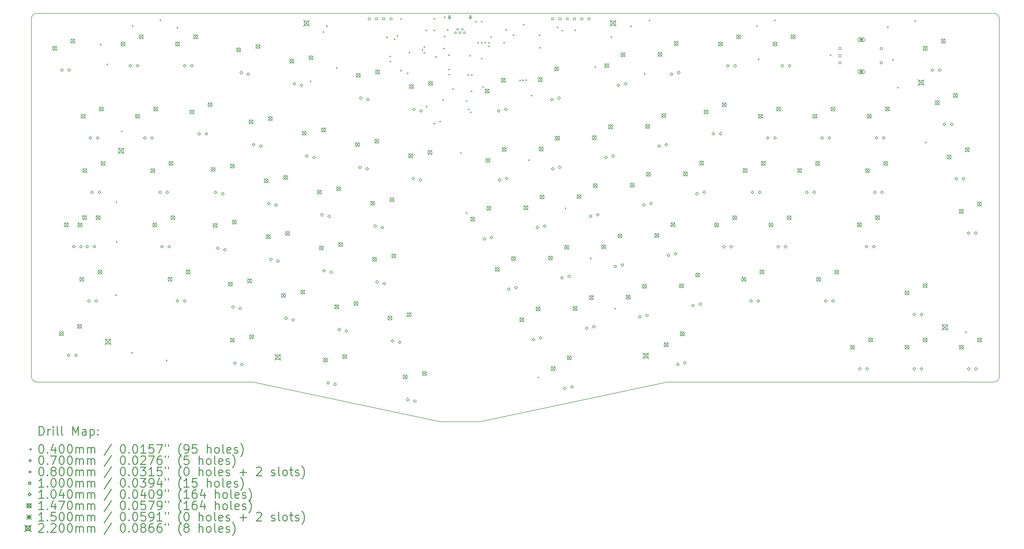
<source format=gbr>
%FSLAX45Y45*%
G04 Gerber Fmt 4.5, Leading zero omitted, Abs format (unit mm)*
G04 Created by KiCad (PCBNEW (5.1.10)-1) date 2021-09-23 19:07:07*
%MOMM*%
%LPD*%
G01*
G04 APERTURE LIST*
%TA.AperFunction,Profile*%
%ADD10C,0.150000*%
%TD*%
%ADD11C,0.200000*%
%ADD12C,0.300000*%
G04 APERTURE END LIST*
D10*
X36249995Y-15370750D02*
G75*
G03*
X36449995Y-15170750I0J200000D01*
G01*
X36249995Y-2443251D02*
G75*
G02*
X36449995Y-2643251I0J-200000D01*
G01*
X2741250Y-2443251D02*
G75*
G03*
X2541250Y-2643251I0J-200000D01*
G01*
X2741250Y-15370750D02*
G75*
G02*
X2541250Y-15170750I0J200000D01*
G01*
X18263000Y-16762523D02*
X24811000Y-15370750D01*
X16860000Y-16762523D02*
X18263000Y-16762523D01*
X10312670Y-15370750D02*
X16860000Y-16762523D01*
X24811000Y-15370750D02*
X36249995Y-15370750D01*
X2741250Y-15370750D02*
X10312670Y-15370750D01*
X2741250Y-2443251D02*
X36249995Y-2443251D01*
X36449995Y-2643251D02*
X36449995Y-15170750D01*
X2541250Y-2643251D02*
X2541250Y-15170750D01*
D11*
X4945700Y-3523300D02*
X4985700Y-3563300D01*
X4985700Y-3523300D02*
X4945700Y-3563300D01*
X5188270Y-4215450D02*
X5228270Y-4255450D01*
X5228270Y-4215450D02*
X5188270Y-4255450D01*
X5495170Y-12312530D02*
X5535170Y-12352530D01*
X5535170Y-12312530D02*
X5495170Y-12352530D01*
X5504500Y-9047800D02*
X5544500Y-9087800D01*
X5544500Y-9047800D02*
X5504500Y-9087800D01*
X5507040Y-10440990D02*
X5547040Y-10480990D01*
X5547040Y-10440990D02*
X5507040Y-10480990D01*
X5690409Y-6566251D02*
X5730409Y-6606251D01*
X5730409Y-6566251D02*
X5690409Y-6606251D01*
X6050600Y-14324650D02*
X6090600Y-14364650D01*
X6090600Y-14324650D02*
X6050600Y-14364650D01*
X6073460Y-2875600D02*
X6113460Y-2915600D01*
X6113460Y-2875600D02*
X6073460Y-2915600D01*
X7039930Y-2672400D02*
X7079930Y-2712400D01*
X7079930Y-2672400D02*
X7039930Y-2712400D01*
X7257100Y-14597700D02*
X7297100Y-14637700D01*
X7297100Y-14597700D02*
X7257100Y-14637700D01*
X7644450Y-2932750D02*
X7684450Y-2972750D01*
X7684450Y-2932750D02*
X7644450Y-2972750D01*
X12304319Y-4812111D02*
X12344319Y-4852111D01*
X12344319Y-4812111D02*
X12304319Y-4852111D01*
X12752390Y-3080070D02*
X12792390Y-3120070D01*
X12792390Y-3080070D02*
X12752390Y-3120070D01*
X12876850Y-2878140D02*
X12916850Y-2918140D01*
X12916850Y-2878140D02*
X12876850Y-2918140D01*
X13213400Y-4348800D02*
X13253400Y-4388800D01*
X13253400Y-4348800D02*
X13213400Y-4388800D01*
X14976315Y-3271685D02*
X15016315Y-3311685D01*
X15016315Y-3271685D02*
X14976315Y-3311685D01*
X15093000Y-3942400D02*
X15133000Y-3982400D01*
X15133000Y-3942400D02*
X15093000Y-3982400D01*
X15093000Y-4120200D02*
X15133000Y-4160200D01*
X15133000Y-4120200D02*
X15093000Y-4160200D01*
X15245400Y-3332800D02*
X15285400Y-3372800D01*
X15285400Y-3332800D02*
X15245400Y-3372800D01*
X15347000Y-3218500D02*
X15387000Y-3258500D01*
X15387000Y-3218500D02*
X15347000Y-3258500D01*
X15474000Y-2621600D02*
X15514000Y-2661600D01*
X15514000Y-2621600D02*
X15474000Y-2661600D01*
X15475300Y-4436400D02*
X15515300Y-4476400D01*
X15515300Y-4436400D02*
X15475300Y-4476400D01*
X15702600Y-4526600D02*
X15742600Y-4566600D01*
X15742600Y-4526600D02*
X15702600Y-4566600D01*
X15766100Y-3802700D02*
X15806100Y-3842700D01*
X15806100Y-3802700D02*
X15766100Y-3842700D01*
X16223650Y-3713450D02*
X16263650Y-3753450D01*
X16263650Y-3713450D02*
X16223650Y-3753450D01*
X16286800Y-3612200D02*
X16326800Y-3652200D01*
X16326800Y-3612200D02*
X16286800Y-3652200D01*
X16286800Y-3815400D02*
X16326800Y-3855400D01*
X16326800Y-3815400D02*
X16286800Y-3855400D01*
X16363000Y-3028000D02*
X16403000Y-3068000D01*
X16403000Y-3028000D02*
X16363000Y-3068000D01*
X16369280Y-5696340D02*
X16409280Y-5736340D01*
X16409280Y-5696340D02*
X16369280Y-5736340D01*
X16642400Y-2621600D02*
X16682400Y-2661600D01*
X16682400Y-2621600D02*
X16642400Y-2661600D01*
X16642400Y-6291900D02*
X16682400Y-6331900D01*
X16682400Y-6291900D02*
X16642400Y-6331900D01*
X16645400Y-3028000D02*
X16685400Y-3068000D01*
X16685400Y-3028000D02*
X16645400Y-3068000D01*
X16693200Y-3955100D02*
X16733200Y-3995100D01*
X16733200Y-3955100D02*
X16693200Y-3995100D01*
X16836695Y-6219495D02*
X16876695Y-6259495D01*
X16876695Y-6219495D02*
X16836695Y-6259495D01*
X16947200Y-5466400D02*
X16987200Y-5506400D01*
X16987200Y-5466400D02*
X16947200Y-5506400D01*
X16972600Y-3663000D02*
X17012600Y-3703000D01*
X17012600Y-3663000D02*
X16972600Y-3703000D01*
X16996220Y-3238820D02*
X17036220Y-3278820D01*
X17036220Y-3238820D02*
X16996220Y-3278820D01*
X16999045Y-2564675D02*
X17039045Y-2604675D01*
X17039045Y-2564675D02*
X16999045Y-2604675D01*
X17103901Y-3013301D02*
X17143901Y-3053301D01*
X17143901Y-3013301D02*
X17103901Y-3053301D01*
X17150400Y-3891600D02*
X17190400Y-3931600D01*
X17190400Y-3891600D02*
X17150400Y-3931600D01*
X17150400Y-4399600D02*
X17190400Y-4439600D01*
X17190400Y-4399600D02*
X17150400Y-4439600D01*
X17150400Y-4577400D02*
X17190400Y-4617400D01*
X17190400Y-4577400D02*
X17150400Y-4617400D01*
X17291400Y-5084100D02*
X17331400Y-5124100D01*
X17331400Y-5084100D02*
X17291400Y-5124100D01*
X17569500Y-7320600D02*
X17609500Y-7360600D01*
X17609500Y-7320600D02*
X17569500Y-7360600D01*
X17771400Y-5508814D02*
X17811400Y-5548814D01*
X17811400Y-5508814D02*
X17771400Y-5548814D01*
X17771400Y-9430040D02*
X17811400Y-9470040D01*
X17811400Y-9430040D02*
X17771400Y-9470040D01*
X17823500Y-4590100D02*
X17863500Y-4630100D01*
X17863500Y-4590100D02*
X17823500Y-4630100D01*
X17836200Y-5796600D02*
X17876200Y-5836600D01*
X17876200Y-5796600D02*
X17836200Y-5836600D01*
X17887000Y-3917000D02*
X17927000Y-3957000D01*
X17927000Y-3917000D02*
X17887000Y-3957000D01*
X17912400Y-5898200D02*
X17952400Y-5938200D01*
X17952400Y-5898200D02*
X17912400Y-5938200D01*
X17937800Y-5161600D02*
X17977800Y-5201600D01*
X17977800Y-5161600D02*
X17937800Y-5201600D01*
X17950500Y-4590100D02*
X17990500Y-4630100D01*
X17990500Y-4590100D02*
X17950500Y-4630100D01*
X18090200Y-2723200D02*
X18130200Y-2763200D01*
X18130200Y-2723200D02*
X18090200Y-2763200D01*
X18166400Y-3459800D02*
X18206400Y-3499800D01*
X18206400Y-3459800D02*
X18166400Y-3499800D01*
X18293400Y-2723200D02*
X18333400Y-2763200D01*
X18333400Y-2723200D02*
X18293400Y-2763200D01*
X18293400Y-3459800D02*
X18333400Y-3499800D01*
X18333400Y-3459800D02*
X18293400Y-3499800D01*
X18293400Y-4018600D02*
X18333400Y-4058600D01*
X18333400Y-4018600D02*
X18293400Y-4058600D01*
X18344200Y-5009200D02*
X18384200Y-5049200D01*
X18384200Y-5009200D02*
X18344200Y-5049200D01*
X18420400Y-3459800D02*
X18460400Y-3499800D01*
X18460400Y-3459800D02*
X18420400Y-3499800D01*
X18547400Y-3459800D02*
X18587400Y-3499800D01*
X18587400Y-3459800D02*
X18547400Y-3499800D01*
X18547400Y-3586800D02*
X18587400Y-3626800D01*
X18587400Y-3586800D02*
X18547400Y-3626800D01*
X18623600Y-3256600D02*
X18663600Y-3296600D01*
X18663600Y-3256600D02*
X18623600Y-3296600D01*
X19080800Y-3459800D02*
X19120800Y-3499800D01*
X19120800Y-3459800D02*
X19080800Y-3499800D01*
X19157000Y-3003598D02*
X19197000Y-3043598D01*
X19197000Y-3003598D02*
X19157000Y-3043598D01*
X19411000Y-3193599D02*
X19451000Y-3233599D01*
X19451000Y-3193599D02*
X19411000Y-3233599D01*
X19639600Y-4780600D02*
X19679600Y-4820600D01*
X19679600Y-4780600D02*
X19639600Y-4820600D01*
X19741200Y-4774900D02*
X19781200Y-4814900D01*
X19781200Y-4774900D02*
X19741200Y-4814900D01*
X19766600Y-2824800D02*
X19806600Y-2864800D01*
X19806600Y-2824800D02*
X19766600Y-2864800D01*
X19842800Y-4769200D02*
X19882800Y-4809200D01*
X19882800Y-4769200D02*
X19842800Y-4809200D01*
X19944400Y-7574600D02*
X19984400Y-7614600D01*
X19984400Y-7574600D02*
X19944400Y-7614600D01*
X20046000Y-5314000D02*
X20086000Y-5354000D01*
X20086000Y-5314000D02*
X20046000Y-5354000D01*
X20287300Y-15194600D02*
X20327300Y-15234600D01*
X20327300Y-15194600D02*
X20287300Y-15234600D01*
X20325400Y-3193599D02*
X20365400Y-3233599D01*
X20365400Y-3193599D02*
X20325400Y-3233599D01*
X20325400Y-3637600D02*
X20365400Y-3677600D01*
X20365400Y-3637600D02*
X20325400Y-3677600D01*
X20952365Y-2918365D02*
X20992365Y-2958365D01*
X20992365Y-2918365D02*
X20952365Y-2958365D01*
X21125500Y-3028000D02*
X21165500Y-3068000D01*
X21165500Y-3028000D02*
X21125500Y-3068000D01*
X21227100Y-9263700D02*
X21267100Y-9303700D01*
X21267100Y-9263700D02*
X21227100Y-9303700D01*
X21570000Y-3028000D02*
X21610000Y-3068000D01*
X21610000Y-3028000D02*
X21570000Y-3068000D01*
X22117523Y-11016300D02*
X22157523Y-11056300D01*
X22157523Y-11016300D02*
X22117523Y-11056300D01*
X22281200Y-4310700D02*
X22321200Y-4350700D01*
X22321200Y-4310700D02*
X22281200Y-4350700D01*
X22840000Y-3256600D02*
X22880000Y-3296600D01*
X22880000Y-3256600D02*
X22840000Y-3296600D01*
X22967000Y-12781600D02*
X23007000Y-12821600D01*
X23007000Y-12781600D02*
X22967000Y-12821600D01*
X23524530Y-2879410D02*
X23564530Y-2919410D01*
X23564530Y-2879410D02*
X23524530Y-2919410D01*
X24004757Y-4558517D02*
X24044757Y-4598517D01*
X24044757Y-4558517D02*
X24004757Y-4598517D01*
X24176040Y-2673670D02*
X24216040Y-2713670D01*
X24216040Y-2673670D02*
X24176040Y-2713670D01*
X27942860Y-2875600D02*
X27982860Y-2915600D01*
X27982860Y-2875600D02*
X27942860Y-2915600D01*
X27992650Y-4040450D02*
X28032650Y-4080450D01*
X28032650Y-4040450D02*
X27992650Y-4080450D01*
X28563890Y-2672400D02*
X28603890Y-2712400D01*
X28603890Y-2672400D02*
X28563890Y-2712400D01*
X30510800Y-3891600D02*
X30550800Y-3931600D01*
X30550800Y-3891600D02*
X30510800Y-3931600D01*
X32522480Y-2902270D02*
X32562480Y-2942270D01*
X32562480Y-2902270D02*
X32522480Y-2942270D01*
X32701360Y-4055240D02*
X32741360Y-4095240D01*
X32741360Y-4055240D02*
X32701360Y-4095240D01*
X32873000Y-5034600D02*
X32913000Y-5074600D01*
X32913000Y-5034600D02*
X32873000Y-5074600D01*
X33473710Y-2697800D02*
X33513710Y-2737800D01*
X33513710Y-2697800D02*
X33473710Y-2737800D01*
X33850900Y-6952300D02*
X33890900Y-6992300D01*
X33890900Y-6952300D02*
X33850900Y-6992300D01*
X35260600Y-13607100D02*
X35300600Y-13647100D01*
X35300600Y-13607100D02*
X35260600Y-13647100D01*
X17427670Y-3128320D02*
G75*
G03*
X17427670Y-3128320I-35000J0D01*
G01*
X17507670Y-3008320D02*
G75*
G03*
X17507670Y-3008320I-35000J0D01*
G01*
X17587670Y-3128320D02*
G75*
G03*
X17587670Y-3128320I-35000J0D01*
G01*
X17667670Y-3008320D02*
G75*
G03*
X17667670Y-3008320I-35000J0D01*
G01*
X17747670Y-3128320D02*
G75*
G03*
X17747670Y-3128320I-35000J0D01*
G01*
X17187670Y-2546320D02*
X17187670Y-2626320D01*
X17147670Y-2586320D02*
X17227670Y-2586320D01*
X17157670Y-2551320D02*
X17157670Y-2621320D01*
X17217670Y-2551320D02*
X17217670Y-2621320D01*
X17157670Y-2621320D02*
G75*
G03*
X17217670Y-2621320I30000J0D01*
G01*
X17217670Y-2551320D02*
G75*
G03*
X17157670Y-2551320I-30000J0D01*
G01*
X17917670Y-2546320D02*
X17917670Y-2626320D01*
X17877670Y-2586320D02*
X17957670Y-2586320D01*
X17887670Y-2551320D02*
X17887670Y-2621320D01*
X17947670Y-2551320D02*
X17947670Y-2621320D01*
X17887670Y-2621320D02*
G75*
G03*
X17947670Y-2621320I30000J0D01*
G01*
X17947670Y-2551320D02*
G75*
G03*
X17887670Y-2551320I-30000J0D01*
G01*
X14411756Y-2676956D02*
X14411756Y-2606244D01*
X14341044Y-2606244D01*
X14341044Y-2676956D01*
X14411756Y-2676956D01*
X14665756Y-2676956D02*
X14665756Y-2606244D01*
X14595044Y-2606244D01*
X14595044Y-2676956D01*
X14665756Y-2676956D01*
X14919756Y-2676956D02*
X14919756Y-2606244D01*
X14849044Y-2606244D01*
X14849044Y-2676956D01*
X14919756Y-2676956D01*
X15173756Y-2676956D02*
X15173756Y-2606244D01*
X15103044Y-2606244D01*
X15103044Y-2676956D01*
X15173756Y-2676956D01*
X20837956Y-2676956D02*
X20837956Y-2606244D01*
X20767244Y-2606244D01*
X20767244Y-2676956D01*
X20837956Y-2676956D01*
X21091956Y-2676956D02*
X21091956Y-2606244D01*
X21021244Y-2606244D01*
X21021244Y-2676956D01*
X21091956Y-2676956D01*
X21345956Y-2676956D02*
X21345956Y-2606244D01*
X21275244Y-2606244D01*
X21275244Y-2676956D01*
X21345956Y-2676956D01*
X21599956Y-2676956D02*
X21599956Y-2606244D01*
X21529244Y-2606244D01*
X21529244Y-2676956D01*
X21599956Y-2676956D01*
X21853956Y-2676956D02*
X21853956Y-2606244D01*
X21783244Y-2606244D01*
X21783244Y-2676956D01*
X21853956Y-2676956D01*
X22107956Y-2676956D02*
X22107956Y-2606244D01*
X22037244Y-2606244D01*
X22037244Y-2676956D01*
X22107956Y-2676956D01*
X30896356Y-3718356D02*
X30896356Y-3647644D01*
X30825644Y-3647644D01*
X30825644Y-3718356D01*
X30896356Y-3718356D01*
X30896356Y-3968356D02*
X30896356Y-3897644D01*
X30825644Y-3897644D01*
X30825644Y-3968356D01*
X30896356Y-3968356D01*
X30896356Y-4218356D02*
X30896356Y-4147644D01*
X30825644Y-4147644D01*
X30825644Y-4218356D01*
X30896356Y-4218356D01*
X32346356Y-3718356D02*
X32346356Y-3647644D01*
X32275644Y-3647644D01*
X32275644Y-3718356D01*
X32346356Y-3718356D01*
X32346356Y-4218356D02*
X32346356Y-4147644D01*
X32275644Y-4147644D01*
X32275644Y-4218356D01*
X32346356Y-4218356D01*
X3615690Y-4489380D02*
X3667690Y-4437380D01*
X3615690Y-4385380D01*
X3563690Y-4437380D01*
X3615690Y-4489380D01*
X3850640Y-14489360D02*
X3902640Y-14437360D01*
X3850640Y-14385360D01*
X3798640Y-14437360D01*
X3850640Y-14489360D01*
X3869690Y-4489380D02*
X3921690Y-4437380D01*
X3869690Y-4385380D01*
X3817690Y-4437380D01*
X3869690Y-4489380D01*
X4024630Y-10678090D02*
X4076630Y-10626090D01*
X4024630Y-10574090D01*
X3972630Y-10626090D01*
X4024630Y-10678090D01*
X4104640Y-14489360D02*
X4156640Y-14437360D01*
X4104640Y-14385360D01*
X4052640Y-14437360D01*
X4104640Y-14489360D01*
X4278630Y-10678090D02*
X4330630Y-10626090D01*
X4278630Y-10574090D01*
X4226630Y-10626090D01*
X4278630Y-10678090D01*
X4500880Y-10678090D02*
X4552880Y-10626090D01*
X4500880Y-10574090D01*
X4448880Y-10626090D01*
X4500880Y-10678090D01*
X4564380Y-12584360D02*
X4616380Y-12532360D01*
X4564380Y-12480360D01*
X4512380Y-12532360D01*
X4564380Y-12584360D01*
X4611370Y-6869360D02*
X4663370Y-6817360D01*
X4611370Y-6765360D01*
X4559370Y-6817360D01*
X4611370Y-6869360D01*
X4671060Y-8774360D02*
X4723060Y-8722360D01*
X4671060Y-8670360D01*
X4619060Y-8722360D01*
X4671060Y-8774360D01*
X4754880Y-10678090D02*
X4806880Y-10626090D01*
X4754880Y-10574090D01*
X4702880Y-10626090D01*
X4754880Y-10678090D01*
X4818380Y-12584360D02*
X4870380Y-12532360D01*
X4818380Y-12480360D01*
X4766380Y-12532360D01*
X4818380Y-12584360D01*
X4865370Y-6869360D02*
X4917370Y-6817360D01*
X4865370Y-6765360D01*
X4813370Y-6817360D01*
X4865370Y-6869360D01*
X4925060Y-8774360D02*
X4977060Y-8722360D01*
X4925060Y-8670360D01*
X4873060Y-8722360D01*
X4925060Y-8774360D01*
X6009640Y-4338250D02*
X6061640Y-4286250D01*
X6009640Y-4234250D01*
X5957640Y-4286250D01*
X6009640Y-4338250D01*
X6263640Y-4338250D02*
X6315640Y-4286250D01*
X6263640Y-4234250D01*
X6211640Y-4286250D01*
X6263640Y-4338250D01*
X6516837Y-6869360D02*
X6568837Y-6817360D01*
X6516837Y-6765360D01*
X6464837Y-6817360D01*
X6516837Y-6869360D01*
X6770837Y-6869360D02*
X6822837Y-6817360D01*
X6770837Y-6765360D01*
X6718837Y-6817360D01*
X6770837Y-6869360D01*
X7052310Y-8774360D02*
X7104310Y-8722360D01*
X7052310Y-8670360D01*
X7000310Y-8722360D01*
X7052310Y-8774360D01*
X7119620Y-10679360D02*
X7171620Y-10627360D01*
X7119620Y-10575360D01*
X7067620Y-10627360D01*
X7119620Y-10679360D01*
X7306310Y-8774360D02*
X7358310Y-8722360D01*
X7306310Y-8670360D01*
X7254310Y-8722360D01*
X7306310Y-8774360D01*
X7373620Y-10679360D02*
X7425620Y-10627360D01*
X7373620Y-10575360D01*
X7321620Y-10627360D01*
X7373620Y-10679360D01*
X7656830Y-12583090D02*
X7708830Y-12531090D01*
X7656830Y-12479090D01*
X7604830Y-12531090D01*
X7656830Y-12583090D01*
X7910830Y-12583090D02*
X7962830Y-12531090D01*
X7910830Y-12479090D01*
X7858830Y-12531090D01*
X7910830Y-12583090D01*
X7915910Y-4336980D02*
X7967910Y-4284980D01*
X7915910Y-4232980D01*
X7863910Y-4284980D01*
X7915910Y-4336980D01*
X8169910Y-4336980D02*
X8221910Y-4284980D01*
X8169910Y-4232980D01*
X8117910Y-4284980D01*
X8169910Y-4336980D01*
X8421370Y-6720770D02*
X8473370Y-6668770D01*
X8421370Y-6616770D01*
X8369370Y-6668770D01*
X8421370Y-6720770D01*
X8675370Y-6720770D02*
X8727370Y-6668770D01*
X8675370Y-6616770D01*
X8623370Y-6668770D01*
X8675370Y-6720770D01*
X8999246Y-8769874D02*
X9051246Y-8717874D01*
X8999246Y-8665874D01*
X8947246Y-8717874D01*
X8999246Y-8769874D01*
X9069096Y-10733294D02*
X9121096Y-10681294D01*
X9069096Y-10629294D01*
X9017096Y-10681294D01*
X9069096Y-10733294D01*
X9247696Y-8822684D02*
X9299696Y-8770684D01*
X9247696Y-8718684D01*
X9195696Y-8770684D01*
X9247696Y-8822684D01*
X9317546Y-10786104D02*
X9369546Y-10734104D01*
X9317546Y-10682104D01*
X9265546Y-10734104D01*
X9317546Y-10786104D01*
X9602496Y-12793234D02*
X9654496Y-12741234D01*
X9602496Y-12689234D01*
X9550496Y-12741234D01*
X9602496Y-12793234D01*
X9673616Y-14755384D02*
X9725616Y-14703384D01*
X9673616Y-14651384D01*
X9621616Y-14703384D01*
X9673616Y-14755384D01*
X9850946Y-12846044D02*
X9902946Y-12794044D01*
X9850946Y-12742044D01*
X9798946Y-12794044D01*
X9850946Y-12846044D01*
X9893326Y-4577604D02*
X9945326Y-4525604D01*
X9893326Y-4473604D01*
X9841326Y-4525604D01*
X9893326Y-4577604D01*
X9922066Y-14808194D02*
X9974066Y-14756194D01*
X9922066Y-14704194D01*
X9870066Y-14756194D01*
X9922066Y-14808194D01*
X10141776Y-4630414D02*
X10193776Y-4578414D01*
X10141776Y-4526414D01*
X10089776Y-4578414D01*
X10141776Y-4630414D01*
X10327666Y-7103634D02*
X10379666Y-7051634D01*
X10327666Y-6999634D01*
X10275666Y-7051634D01*
X10327666Y-7103634D01*
X10576116Y-7156444D02*
X10628116Y-7104444D01*
X10576116Y-7052444D01*
X10524116Y-7104444D01*
X10576116Y-7156444D01*
X10862336Y-9166114D02*
X10914336Y-9114114D01*
X10862336Y-9062114D01*
X10810336Y-9114114D01*
X10862336Y-9166114D01*
X10932186Y-11129534D02*
X10984186Y-11077534D01*
X10932186Y-11025534D01*
X10880186Y-11077534D01*
X10932186Y-11129534D01*
X11110786Y-9218924D02*
X11162786Y-9166924D01*
X11110786Y-9114924D01*
X11058786Y-9166924D01*
X11110786Y-9218924D01*
X11180636Y-11182344D02*
X11232636Y-11130344D01*
X11180636Y-11078344D01*
X11128636Y-11130344D01*
X11180636Y-11182344D01*
X11464316Y-13188204D02*
X11516316Y-13136204D01*
X11464316Y-13084204D01*
X11412316Y-13136204D01*
X11464316Y-13188204D01*
X11712766Y-13241014D02*
X11764766Y-13189014D01*
X11712766Y-13137014D01*
X11660766Y-13189014D01*
X11712766Y-13241014D01*
X11755146Y-4972574D02*
X11807146Y-4920574D01*
X11755146Y-4868574D01*
X11703146Y-4920574D01*
X11755146Y-4972574D01*
X12003596Y-5025384D02*
X12055596Y-4973384D01*
X12003596Y-4921384D01*
X11951596Y-4973384D01*
X12003596Y-5025384D01*
X12190756Y-7501144D02*
X12242756Y-7449144D01*
X12190756Y-7397144D01*
X12138756Y-7449144D01*
X12190756Y-7501144D01*
X12439206Y-7553954D02*
X12491206Y-7501954D01*
X12439206Y-7449954D01*
X12387206Y-7501954D01*
X12439206Y-7553954D01*
X12724156Y-9563624D02*
X12776156Y-9511624D01*
X12724156Y-9459624D01*
X12672156Y-9511624D01*
X12724156Y-9563624D01*
X12791466Y-11521964D02*
X12843466Y-11469964D01*
X12791466Y-11417964D01*
X12739466Y-11469964D01*
X12791466Y-11521964D01*
X12933706Y-15448804D02*
X12985706Y-15396804D01*
X12933706Y-15344804D01*
X12881706Y-15396804D01*
X12933706Y-15448804D01*
X12972606Y-9616434D02*
X13024606Y-9564434D01*
X12972606Y-9512434D01*
X12920606Y-9564434D01*
X12972606Y-9616434D01*
X13039916Y-11574774D02*
X13091916Y-11522774D01*
X13039916Y-11470774D01*
X12987916Y-11522774D01*
X13039916Y-11574774D01*
X13182156Y-15501614D02*
X13234156Y-15449614D01*
X13182156Y-15397614D01*
X13130156Y-15449614D01*
X13182156Y-15501614D01*
X13328676Y-13584444D02*
X13380676Y-13532444D01*
X13328676Y-13480444D01*
X13276676Y-13532444D01*
X13328676Y-13584444D01*
X13577126Y-13637254D02*
X13629126Y-13585254D01*
X13577126Y-13533254D01*
X13525126Y-13585254D01*
X13577126Y-13637254D01*
X14055116Y-7897384D02*
X14107116Y-7845384D01*
X14055116Y-7793384D01*
X14003116Y-7845384D01*
X14055116Y-7897384D01*
X14081786Y-5469144D02*
X14133786Y-5417144D01*
X14081786Y-5365144D01*
X14029786Y-5417144D01*
X14081786Y-5469144D01*
X14303566Y-7950194D02*
X14355566Y-7898194D01*
X14303566Y-7846194D01*
X14251566Y-7898194D01*
X14303566Y-7950194D01*
X14330236Y-5521954D02*
X14382236Y-5469954D01*
X14330236Y-5417954D01*
X14278236Y-5469954D01*
X14330236Y-5521954D01*
X14588516Y-9954784D02*
X14640516Y-9902784D01*
X14588516Y-9850784D01*
X14536516Y-9902784D01*
X14588516Y-9954784D01*
X14655826Y-11918204D02*
X14707826Y-11866204D01*
X14655826Y-11814204D01*
X14603826Y-11866204D01*
X14655826Y-11918204D01*
X14836966Y-10007594D02*
X14888966Y-9955594D01*
X14836966Y-9903594D01*
X14784966Y-9955594D01*
X14836966Y-10007594D01*
X14904276Y-11971014D02*
X14956276Y-11919014D01*
X14904276Y-11867014D01*
X14852276Y-11919014D01*
X14904276Y-11971014D01*
X15191766Y-13979414D02*
X15243766Y-13927414D01*
X15191766Y-13875414D01*
X15139766Y-13927414D01*
X15191766Y-13979414D01*
X15440216Y-14032224D02*
X15492216Y-13980224D01*
X15440216Y-13928224D01*
X15388216Y-13980224D01*
X15440216Y-14032224D01*
X15728976Y-16041894D02*
X15780976Y-15989894D01*
X15728976Y-15937894D01*
X15676976Y-15989894D01*
X15728976Y-16041894D01*
X15919476Y-8291084D02*
X15971476Y-8239084D01*
X15919476Y-8187084D01*
X15867476Y-8239084D01*
X15919476Y-8291084D01*
X15943606Y-5865384D02*
X15995606Y-5813384D01*
X15943606Y-5761384D01*
X15891606Y-5813384D01*
X15943606Y-5865384D01*
X15977426Y-16094704D02*
X16029426Y-16042704D01*
X15977426Y-15990704D01*
X15925426Y-16042704D01*
X15977426Y-16094704D01*
X16167926Y-8343894D02*
X16219926Y-8291894D01*
X16167926Y-8239894D01*
X16115926Y-8291894D01*
X16167926Y-8343894D01*
X16192056Y-5918194D02*
X16244056Y-5866194D01*
X16192056Y-5814194D01*
X16140056Y-5866194D01*
X16192056Y-5918194D01*
X18407824Y-10405104D02*
X18459824Y-10353104D01*
X18407824Y-10301104D01*
X18355824Y-10353104D01*
X18407824Y-10405104D01*
X18656274Y-10352294D02*
X18708274Y-10300294D01*
X18656274Y-10248294D01*
X18604274Y-10300294D01*
X18656274Y-10352294D01*
X18913284Y-5916924D02*
X18965284Y-5864924D01*
X18913284Y-5812924D01*
X18861284Y-5864924D01*
X18913284Y-5916924D01*
X18942494Y-8343894D02*
X18994494Y-8291894D01*
X18942494Y-8239894D01*
X18890494Y-8291894D01*
X18942494Y-8343894D01*
X19161734Y-5864114D02*
X19213734Y-5812114D01*
X19161734Y-5760114D01*
X19109734Y-5812114D01*
X19161734Y-5864114D01*
X19190944Y-8291084D02*
X19242944Y-8239084D01*
X19190944Y-8187084D01*
X19138944Y-8239084D01*
X19190944Y-8291084D01*
X19268884Y-12169134D02*
X19320884Y-12117134D01*
X19268884Y-12065134D01*
X19216884Y-12117134D01*
X19268884Y-12169134D01*
X19517334Y-12116324D02*
X19569334Y-12064324D01*
X19517334Y-12012324D01*
X19465334Y-12064324D01*
X19517334Y-12116324D01*
X20129944Y-13934434D02*
X20181944Y-13882434D01*
X20129944Y-13830434D01*
X20077944Y-13882434D01*
X20129944Y-13934434D01*
X20269644Y-10007594D02*
X20321644Y-9955594D01*
X20269644Y-9903594D01*
X20217644Y-9955594D01*
X20269644Y-10007594D01*
X20378394Y-13881624D02*
X20430394Y-13829624D01*
X20378394Y-13777624D01*
X20326394Y-13829624D01*
X20378394Y-13881624D01*
X20518094Y-9954784D02*
X20570094Y-9902784D01*
X20518094Y-9850784D01*
X20466094Y-9902784D01*
X20518094Y-9954784D01*
X20776374Y-5520684D02*
X20828374Y-5468684D01*
X20776374Y-5416684D01*
X20724374Y-5468684D01*
X20776374Y-5520684D01*
X20806854Y-7948924D02*
X20858854Y-7896924D01*
X20806854Y-7844924D01*
X20754854Y-7896924D01*
X20806854Y-7948924D01*
X21024824Y-5467874D02*
X21076824Y-5415874D01*
X21024824Y-5363874D01*
X20972824Y-5415874D01*
X21024824Y-5467874D01*
X21055304Y-7896114D02*
X21107304Y-7844114D01*
X21055304Y-7792114D01*
X21003304Y-7844114D01*
X21055304Y-7896114D01*
X21131974Y-11771624D02*
X21183974Y-11719624D01*
X21131974Y-11667624D01*
X21079974Y-11719624D01*
X21131974Y-11771624D01*
X21225954Y-15646394D02*
X21277954Y-15594394D01*
X21225954Y-15542394D01*
X21173954Y-15594394D01*
X21225954Y-15646394D01*
X21380424Y-11718814D02*
X21432424Y-11666814D01*
X21380424Y-11614814D01*
X21328424Y-11666814D01*
X21380424Y-11718814D01*
X21474404Y-15593584D02*
X21526404Y-15541584D01*
X21474404Y-15489584D01*
X21422404Y-15541584D01*
X21474404Y-15593584D01*
X21994304Y-13536924D02*
X22046304Y-13484924D01*
X21994304Y-13432924D01*
X21942304Y-13484924D01*
X21994304Y-13536924D01*
X22131464Y-9612624D02*
X22183464Y-9560624D01*
X22131464Y-9508624D01*
X22079464Y-9560624D01*
X22131464Y-9612624D01*
X22242754Y-13484114D02*
X22294754Y-13432114D01*
X22242754Y-13380114D01*
X22190754Y-13432114D01*
X22242754Y-13484114D01*
X22379914Y-9559814D02*
X22431914Y-9507814D01*
X22379914Y-9455814D01*
X22327914Y-9507814D01*
X22379914Y-9559814D01*
X22667404Y-7551414D02*
X22719404Y-7499414D01*
X22667404Y-7447414D01*
X22615404Y-7499414D01*
X22667404Y-7551414D01*
X22915854Y-7498604D02*
X22967854Y-7446604D01*
X22915854Y-7394604D01*
X22863854Y-7446604D01*
X22915854Y-7498604D01*
X22995064Y-11374114D02*
X23047064Y-11322114D01*
X22995064Y-11270114D01*
X22943064Y-11322114D01*
X22995064Y-11374114D01*
X23104284Y-5025384D02*
X23156284Y-4973384D01*
X23104284Y-4921384D01*
X23052284Y-4973384D01*
X23104284Y-5025384D01*
X23243514Y-11321304D02*
X23295514Y-11269304D01*
X23243514Y-11217304D01*
X23191514Y-11269304D01*
X23243514Y-11321304D01*
X23352734Y-4972574D02*
X23404734Y-4920574D01*
X23352734Y-4868574D01*
X23300734Y-4920574D01*
X23352734Y-4972574D01*
X23856124Y-13140684D02*
X23908124Y-13088684D01*
X23856124Y-13036684D01*
X23804124Y-13088684D01*
X23856124Y-13140684D01*
X23994554Y-9216384D02*
X24046554Y-9164384D01*
X23994554Y-9112384D01*
X23942554Y-9164384D01*
X23994554Y-9216384D01*
X24104574Y-13087874D02*
X24156574Y-13035874D01*
X24104574Y-12983874D01*
X24052574Y-13035874D01*
X24104574Y-13087874D01*
X24243004Y-9163574D02*
X24295004Y-9111574D01*
X24243004Y-9059574D01*
X24191004Y-9111574D01*
X24243004Y-9163574D01*
X24533034Y-7157714D02*
X24585034Y-7105714D01*
X24533034Y-7053714D01*
X24481034Y-7105714D01*
X24533034Y-7157714D01*
X24781484Y-7104904D02*
X24833484Y-7052904D01*
X24781484Y-7000904D01*
X24729484Y-7052904D01*
X24781484Y-7104904D01*
X24855614Y-10980414D02*
X24907614Y-10928414D01*
X24855614Y-10876414D01*
X24803614Y-10928414D01*
X24855614Y-10980414D01*
X24967374Y-4629144D02*
X25019374Y-4577144D01*
X24967374Y-4525144D01*
X24915374Y-4577144D01*
X24967374Y-4629144D01*
X25104064Y-10927604D02*
X25156064Y-10875604D01*
X25104064Y-10823604D01*
X25052064Y-10875604D01*
X25104064Y-10927604D01*
X25184544Y-14805654D02*
X25236544Y-14753654D01*
X25184544Y-14701654D01*
X25132544Y-14753654D01*
X25184544Y-14805654D01*
X25215824Y-4576334D02*
X25267824Y-4524334D01*
X25215824Y-4472334D01*
X25163824Y-4524334D01*
X25215824Y-4576334D01*
X25432994Y-14752844D02*
X25484994Y-14700844D01*
X25432994Y-14648844D01*
X25380994Y-14700844D01*
X25432994Y-14752844D01*
X25720484Y-12744444D02*
X25772484Y-12692444D01*
X25720484Y-12640444D01*
X25668484Y-12692444D01*
X25720484Y-12744444D01*
X25857644Y-8821414D02*
X25909644Y-8769414D01*
X25857644Y-8717414D01*
X25805644Y-8769414D01*
X25857644Y-8821414D01*
X25968934Y-12691634D02*
X26020934Y-12639634D01*
X25968934Y-12587634D01*
X25916934Y-12639634D01*
X25968934Y-12691634D01*
X26106094Y-8768604D02*
X26158094Y-8716604D01*
X26106094Y-8664604D01*
X26054094Y-8716604D01*
X26106094Y-8768604D01*
X26429970Y-6719500D02*
X26481970Y-6667500D01*
X26429970Y-6615500D01*
X26377970Y-6667500D01*
X26429970Y-6719500D01*
X26683970Y-6719500D02*
X26735970Y-6667500D01*
X26683970Y-6615500D01*
X26631970Y-6667500D01*
X26683970Y-6719500D01*
X26797000Y-10680630D02*
X26849000Y-10628630D01*
X26797000Y-10576630D01*
X26745000Y-10628630D01*
X26797000Y-10680630D01*
X26935430Y-4339520D02*
X26987430Y-4287520D01*
X26935430Y-4235520D01*
X26883430Y-4287520D01*
X26935430Y-4339520D01*
X27051000Y-10680630D02*
X27103000Y-10628630D01*
X27051000Y-10576630D01*
X26999000Y-10628630D01*
X27051000Y-10680630D01*
X27189430Y-4339520D02*
X27241430Y-4287520D01*
X27189430Y-4235520D01*
X27137430Y-4287520D01*
X27189430Y-4339520D01*
X27749500Y-12583090D02*
X27801500Y-12531090D01*
X27749500Y-12479090D01*
X27697500Y-12531090D01*
X27749500Y-12583090D01*
X27799030Y-8773090D02*
X27851030Y-8721090D01*
X27799030Y-8669090D01*
X27747030Y-8721090D01*
X27799030Y-8773090D01*
X28003500Y-12583090D02*
X28055500Y-12531090D01*
X28003500Y-12479090D01*
X27951500Y-12531090D01*
X28003500Y-12583090D01*
X28053030Y-8773090D02*
X28105030Y-8721090D01*
X28053030Y-8669090D01*
X28001030Y-8721090D01*
X28053030Y-8773090D01*
X28333700Y-6869360D02*
X28385700Y-6817360D01*
X28333700Y-6765360D01*
X28281700Y-6817360D01*
X28333700Y-6869360D01*
X28587700Y-6869360D02*
X28639700Y-6817360D01*
X28587700Y-6765360D01*
X28535700Y-6817360D01*
X28587700Y-6869360D01*
X28702000Y-10680630D02*
X28754000Y-10628630D01*
X28702000Y-10576630D01*
X28650000Y-10628630D01*
X28702000Y-10680630D01*
X28841700Y-4339520D02*
X28893700Y-4287520D01*
X28841700Y-4235520D01*
X28789700Y-4287520D01*
X28841700Y-4339520D01*
X28956000Y-10680630D02*
X29008000Y-10628630D01*
X28956000Y-10576630D01*
X28904000Y-10628630D01*
X28956000Y-10680630D01*
X29095700Y-4339520D02*
X29147700Y-4287520D01*
X29095700Y-4235520D01*
X29043700Y-4287520D01*
X29095700Y-4339520D01*
X29702760Y-8773090D02*
X29754760Y-8721090D01*
X29702760Y-8669090D01*
X29650760Y-8721090D01*
X29702760Y-8773090D01*
X29956760Y-8773090D02*
X30008760Y-8721090D01*
X29956760Y-8669090D01*
X29904760Y-8721090D01*
X29956760Y-8773090D01*
X30239970Y-6869360D02*
X30291970Y-6817360D01*
X30239970Y-6765360D01*
X30187970Y-6817360D01*
X30239970Y-6869360D01*
X30370780Y-12584360D02*
X30422780Y-12532360D01*
X30370780Y-12480360D01*
X30318780Y-12532360D01*
X30370780Y-12584360D01*
X30493970Y-6869360D02*
X30545970Y-6817360D01*
X30493970Y-6765360D01*
X30441970Y-6817360D01*
X30493970Y-6869360D01*
X30624780Y-12584360D02*
X30676780Y-12532360D01*
X30624780Y-12480360D01*
X30572780Y-12532360D01*
X30624780Y-12584360D01*
X31558230Y-14964340D02*
X31610230Y-14912340D01*
X31558230Y-14860340D01*
X31506230Y-14912340D01*
X31558230Y-14964340D01*
X31796990Y-10678090D02*
X31848990Y-10626090D01*
X31796990Y-10574090D01*
X31744990Y-10626090D01*
X31796990Y-10678090D01*
X31812230Y-14964340D02*
X31864230Y-14912340D01*
X31812230Y-14860340D01*
X31760230Y-14912340D01*
X31812230Y-14964340D01*
X32050990Y-10678090D02*
X32102990Y-10626090D01*
X32050990Y-10574090D01*
X31998990Y-10626090D01*
X32050990Y-10678090D01*
X32084010Y-8774360D02*
X32136010Y-8722360D01*
X32084010Y-8670360D01*
X32032010Y-8722360D01*
X32084010Y-8774360D01*
X32143700Y-6868090D02*
X32195700Y-6816090D01*
X32143700Y-6764090D01*
X32091700Y-6816090D01*
X32143700Y-6868090D01*
X32338010Y-8774360D02*
X32390010Y-8722360D01*
X32338010Y-8670360D01*
X32286010Y-8722360D01*
X32338010Y-8774360D01*
X32397700Y-6868090D02*
X32449700Y-6816090D01*
X32397700Y-6764090D01*
X32345700Y-6816090D01*
X32397700Y-6868090D01*
X33464500Y-13059340D02*
X33516500Y-13007340D01*
X33464500Y-12955340D01*
X33412500Y-13007340D01*
X33464500Y-13059340D01*
X33464500Y-14964340D02*
X33516500Y-14912340D01*
X33464500Y-14860340D01*
X33412500Y-14912340D01*
X33464500Y-14964340D01*
X33718500Y-13059340D02*
X33770500Y-13007340D01*
X33718500Y-12955340D01*
X33666500Y-13007340D01*
X33718500Y-13059340D01*
X33718500Y-14964340D02*
X33770500Y-14912340D01*
X33718500Y-14860340D01*
X33666500Y-14912340D01*
X33718500Y-14964340D01*
X34104580Y-4488110D02*
X34156580Y-4436110D01*
X34104580Y-4384110D01*
X34052580Y-4436110D01*
X34104580Y-4488110D01*
X34358580Y-4488110D02*
X34410580Y-4436110D01*
X34358580Y-4384110D01*
X34306580Y-4436110D01*
X34358580Y-4488110D01*
X34526220Y-6393110D02*
X34578220Y-6341110D01*
X34526220Y-6289110D01*
X34474220Y-6341110D01*
X34526220Y-6393110D01*
X34780220Y-6393110D02*
X34832220Y-6341110D01*
X34780220Y-6289110D01*
X34728220Y-6341110D01*
X34780220Y-6393110D01*
X34941510Y-8296840D02*
X34993510Y-8244840D01*
X34941510Y-8192840D01*
X34889510Y-8244840D01*
X34941510Y-8296840D01*
X35195510Y-8296840D02*
X35247510Y-8244840D01*
X35195510Y-8192840D01*
X35143510Y-8244840D01*
X35195510Y-8296840D01*
X35368230Y-10201840D02*
X35420230Y-10149840D01*
X35368230Y-10097840D01*
X35316230Y-10149840D01*
X35368230Y-10201840D01*
X35369500Y-14964340D02*
X35421500Y-14912340D01*
X35369500Y-14860340D01*
X35317500Y-14912340D01*
X35369500Y-14964340D01*
X35622230Y-10201840D02*
X35674230Y-10149840D01*
X35622230Y-10097840D01*
X35570230Y-10149840D01*
X35622230Y-10201840D01*
X35623500Y-14964340D02*
X35675500Y-14912340D01*
X35623500Y-14860340D01*
X35571500Y-14912340D01*
X35623500Y-14964340D01*
X3288190Y-3601880D02*
X3435190Y-3748880D01*
X3435190Y-3601880D02*
X3288190Y-3748880D01*
X3435190Y-3675380D02*
G75*
G03*
X3435190Y-3675380I-73500J0D01*
G01*
X3523140Y-13601860D02*
X3670140Y-13748860D01*
X3670140Y-13601860D02*
X3523140Y-13748860D01*
X3670140Y-13675360D02*
G75*
G03*
X3670140Y-13675360I-73500J0D01*
G01*
X3697130Y-9790590D02*
X3844130Y-9937590D01*
X3844130Y-9790590D02*
X3697130Y-9937590D01*
X3844130Y-9864090D02*
G75*
G03*
X3844130Y-9864090I-73500J0D01*
G01*
X3923190Y-3347880D02*
X4070190Y-3494880D01*
X4070190Y-3347880D02*
X3923190Y-3494880D01*
X4070190Y-3421380D02*
G75*
G03*
X4070190Y-3421380I-73500J0D01*
G01*
X4158140Y-13347860D02*
X4305140Y-13494860D01*
X4305140Y-13347860D02*
X4158140Y-13494860D01*
X4305140Y-13421360D02*
G75*
G03*
X4305140Y-13421360I-73500J0D01*
G01*
X4173380Y-9790590D02*
X4320380Y-9937590D01*
X4320380Y-9790590D02*
X4173380Y-9937590D01*
X4320380Y-9864090D02*
G75*
G03*
X4320380Y-9864090I-73500J0D01*
G01*
X4236880Y-11696860D02*
X4383880Y-11843860D01*
X4383880Y-11696860D02*
X4236880Y-11843860D01*
X4383880Y-11770360D02*
G75*
G03*
X4383880Y-11770360I-73500J0D01*
G01*
X4283870Y-5981860D02*
X4430870Y-6128860D01*
X4430870Y-5981860D02*
X4283870Y-6128860D01*
X4430870Y-6055360D02*
G75*
G03*
X4430870Y-6055360I-73500J0D01*
G01*
X4332130Y-9536590D02*
X4479130Y-9683590D01*
X4479130Y-9536590D02*
X4332130Y-9683590D01*
X4479130Y-9610090D02*
G75*
G03*
X4479130Y-9610090I-73500J0D01*
G01*
X4343560Y-7886860D02*
X4490560Y-8033860D01*
X4490560Y-7886860D02*
X4343560Y-8033860D01*
X4490560Y-7960360D02*
G75*
G03*
X4490560Y-7960360I-73500J0D01*
G01*
X4808380Y-9536590D02*
X4955380Y-9683590D01*
X4955380Y-9536590D02*
X4808380Y-9683590D01*
X4955380Y-9610090D02*
G75*
G03*
X4955380Y-9610090I-73500J0D01*
G01*
X4871880Y-11442860D02*
X5018880Y-11589860D01*
X5018880Y-11442860D02*
X4871880Y-11589860D01*
X5018880Y-11516360D02*
G75*
G03*
X5018880Y-11516360I-73500J0D01*
G01*
X4918870Y-5727860D02*
X5065870Y-5874860D01*
X5065870Y-5727860D02*
X4918870Y-5874860D01*
X5065870Y-5801360D02*
G75*
G03*
X5065870Y-5801360I-73500J0D01*
G01*
X4978560Y-7632860D02*
X5125560Y-7779860D01*
X5125560Y-7632860D02*
X4978560Y-7779860D01*
X5125560Y-7706360D02*
G75*
G03*
X5125560Y-7706360I-73500J0D01*
G01*
X5682140Y-3450750D02*
X5829140Y-3597750D01*
X5829140Y-3450750D02*
X5682140Y-3597750D01*
X5829140Y-3524250D02*
G75*
G03*
X5829140Y-3524250I-73500J0D01*
G01*
X6189337Y-5981860D02*
X6336337Y-6128860D01*
X6336337Y-5981860D02*
X6189337Y-6128860D01*
X6336337Y-6055360D02*
G75*
G03*
X6336337Y-6055360I-73500J0D01*
G01*
X6317140Y-3196750D02*
X6464140Y-3343750D01*
X6464140Y-3196750D02*
X6317140Y-3343750D01*
X6464140Y-3270250D02*
G75*
G03*
X6464140Y-3270250I-73500J0D01*
G01*
X6724810Y-7886860D02*
X6871810Y-8033860D01*
X6871810Y-7886860D02*
X6724810Y-8033860D01*
X6871810Y-7960360D02*
G75*
G03*
X6871810Y-7960360I-73500J0D01*
G01*
X6792120Y-9791860D02*
X6939120Y-9938860D01*
X6939120Y-9791860D02*
X6792120Y-9938860D01*
X6939120Y-9865360D02*
G75*
G03*
X6939120Y-9865360I-73500J0D01*
G01*
X6824337Y-5727860D02*
X6971337Y-5874860D01*
X6971337Y-5727860D02*
X6824337Y-5874860D01*
X6971337Y-5801360D02*
G75*
G03*
X6971337Y-5801360I-73500J0D01*
G01*
X7329330Y-11695590D02*
X7476330Y-11842590D01*
X7476330Y-11695590D02*
X7329330Y-11842590D01*
X7476330Y-11769090D02*
G75*
G03*
X7476330Y-11769090I-73500J0D01*
G01*
X7359810Y-7632860D02*
X7506810Y-7779860D01*
X7506810Y-7632860D02*
X7359810Y-7779860D01*
X7506810Y-7706360D02*
G75*
G03*
X7506810Y-7706360I-73500J0D01*
G01*
X7427120Y-9537860D02*
X7574120Y-9684860D01*
X7574120Y-9537860D02*
X7427120Y-9684860D01*
X7574120Y-9611360D02*
G75*
G03*
X7574120Y-9611360I-73500J0D01*
G01*
X7588410Y-3449480D02*
X7735410Y-3596480D01*
X7735410Y-3449480D02*
X7588410Y-3596480D01*
X7735410Y-3522980D02*
G75*
G03*
X7735410Y-3522980I-73500J0D01*
G01*
X7964330Y-11441590D02*
X8111330Y-11588590D01*
X8111330Y-11441590D02*
X7964330Y-11588590D01*
X8111330Y-11515090D02*
G75*
G03*
X8111330Y-11515090I-73500J0D01*
G01*
X8093870Y-5833270D02*
X8240870Y-5980270D01*
X8240870Y-5833270D02*
X8093870Y-5980270D01*
X8240870Y-5906770D02*
G75*
G03*
X8240870Y-5906770I-73500J0D01*
G01*
X8223410Y-3195480D02*
X8370410Y-3342480D01*
X8370410Y-3195480D02*
X8223410Y-3342480D01*
X8370410Y-3268980D02*
G75*
G03*
X8370410Y-3268980I-73500J0D01*
G01*
X8728870Y-5579270D02*
X8875870Y-5726270D01*
X8875870Y-5579270D02*
X8728870Y-5726270D01*
X8875870Y-5652770D02*
G75*
G03*
X8875870Y-5652770I-73500J0D01*
G01*
X8835725Y-7846216D02*
X8982725Y-7993216D01*
X8982725Y-7846216D02*
X8835725Y-7993216D01*
X8982725Y-7919716D02*
G75*
G03*
X8982725Y-7919716I-73500J0D01*
G01*
X8905575Y-9809636D02*
X9052575Y-9956636D01*
X9052575Y-9809636D02*
X8905575Y-9956636D01*
X9052575Y-9883136D02*
G75*
G03*
X9052575Y-9883136I-73500J0D01*
G01*
X9438975Y-11869576D02*
X9585975Y-12016576D01*
X9585975Y-11869576D02*
X9438975Y-12016576D01*
X9585975Y-11943076D02*
G75*
G03*
X9585975Y-11943076I-73500J0D01*
G01*
X9509659Y-7729791D02*
X9656659Y-7876791D01*
X9656659Y-7729791D02*
X9509659Y-7876791D01*
X9656659Y-7803291D02*
G75*
G03*
X9656659Y-7803291I-73500J0D01*
G01*
X9510095Y-13831726D02*
X9657095Y-13978726D01*
X9657095Y-13831726D02*
X9510095Y-13978726D01*
X9657095Y-13905226D02*
G75*
G03*
X9657095Y-13905226I-73500J0D01*
G01*
X9579509Y-9693211D02*
X9726509Y-9840211D01*
X9726509Y-9693211D02*
X9579509Y-9840211D01*
X9726509Y-9766711D02*
G75*
G03*
X9726509Y-9766711I-73500J0D01*
G01*
X9729805Y-3653946D02*
X9876805Y-3800946D01*
X9876805Y-3653946D02*
X9729805Y-3800946D01*
X9876805Y-3727446D02*
G75*
G03*
X9876805Y-3727446I-73500J0D01*
G01*
X10112909Y-11753151D02*
X10259909Y-11900151D01*
X10259909Y-11753151D02*
X10112909Y-11900151D01*
X10259909Y-11826651D02*
G75*
G03*
X10259909Y-11826651I-73500J0D01*
G01*
X10164145Y-6179976D02*
X10311145Y-6326976D01*
X10311145Y-6179976D02*
X10164145Y-6326976D01*
X10311145Y-6253476D02*
G75*
G03*
X10311145Y-6253476I-73500J0D01*
G01*
X10184029Y-13715301D02*
X10331029Y-13862301D01*
X10331029Y-13715301D02*
X10184029Y-13862301D01*
X10331029Y-13788801D02*
G75*
G03*
X10331029Y-13788801I-73500J0D01*
G01*
X10403739Y-3537521D02*
X10550739Y-3684521D01*
X10550739Y-3537521D02*
X10403739Y-3684521D01*
X10550739Y-3611021D02*
G75*
G03*
X10550739Y-3611021I-73500J0D01*
G01*
X10698815Y-8242456D02*
X10845815Y-8389456D01*
X10845815Y-8242456D02*
X10698815Y-8389456D01*
X10845815Y-8315956D02*
G75*
G03*
X10845815Y-8315956I-73500J0D01*
G01*
X10768665Y-10205876D02*
X10915665Y-10352876D01*
X10915665Y-10205876D02*
X10768665Y-10352876D01*
X10915665Y-10279376D02*
G75*
G03*
X10915665Y-10279376I-73500J0D01*
G01*
X10838079Y-6063551D02*
X10985079Y-6210551D01*
X10985079Y-6063551D02*
X10838079Y-6210551D01*
X10985079Y-6137051D02*
G75*
G03*
X10985079Y-6137051I-73500J0D01*
G01*
X11300795Y-12264546D02*
X11447795Y-12411546D01*
X11447795Y-12264546D02*
X11300795Y-12411546D01*
X11447795Y-12338046D02*
G75*
G03*
X11447795Y-12338046I-73500J0D01*
G01*
X11372749Y-8126031D02*
X11519749Y-8273031D01*
X11519749Y-8126031D02*
X11372749Y-8273031D01*
X11519749Y-8199531D02*
G75*
G03*
X11519749Y-8199531I-73500J0D01*
G01*
X11442599Y-10089451D02*
X11589599Y-10236451D01*
X11589599Y-10089451D02*
X11442599Y-10236451D01*
X11589599Y-10162951D02*
G75*
G03*
X11589599Y-10162951I-73500J0D01*
G01*
X11591625Y-4048916D02*
X11738625Y-4195916D01*
X11738625Y-4048916D02*
X11591625Y-4195916D01*
X11738625Y-4122416D02*
G75*
G03*
X11738625Y-4122416I-73500J0D01*
G01*
X11974729Y-12148121D02*
X12121729Y-12295121D01*
X12121729Y-12148121D02*
X11974729Y-12295121D01*
X12121729Y-12221621D02*
G75*
G03*
X12121729Y-12221621I-73500J0D01*
G01*
X12027235Y-6577486D02*
X12174235Y-6724486D01*
X12174235Y-6577486D02*
X12027235Y-6724486D01*
X12174235Y-6650986D02*
G75*
G03*
X12174235Y-6650986I-73500J0D01*
G01*
X12265559Y-3932491D02*
X12412559Y-4079491D01*
X12412559Y-3932491D02*
X12265559Y-4079491D01*
X12412559Y-4005991D02*
G75*
G03*
X12412559Y-4005991I-73500J0D01*
G01*
X12560635Y-8639966D02*
X12707635Y-8786966D01*
X12707635Y-8639966D02*
X12560635Y-8786966D01*
X12707635Y-8713466D02*
G75*
G03*
X12707635Y-8713466I-73500J0D01*
G01*
X12627945Y-10598306D02*
X12774945Y-10745306D01*
X12774945Y-10598306D02*
X12627945Y-10745306D01*
X12774945Y-10671806D02*
G75*
G03*
X12774945Y-10671806I-73500J0D01*
G01*
X12701169Y-6461061D02*
X12848169Y-6608061D01*
X12848169Y-6461061D02*
X12701169Y-6608061D01*
X12848169Y-6534561D02*
G75*
G03*
X12848169Y-6534561I-73500J0D01*
G01*
X12770185Y-14525146D02*
X12917185Y-14672146D01*
X12917185Y-14525146D02*
X12770185Y-14672146D01*
X12917185Y-14598646D02*
G75*
G03*
X12917185Y-14598646I-73500J0D01*
G01*
X13165155Y-12660786D02*
X13312155Y-12807786D01*
X13312155Y-12660786D02*
X13165155Y-12807786D01*
X13312155Y-12734286D02*
G75*
G03*
X13312155Y-12734286I-73500J0D01*
G01*
X13234569Y-8523541D02*
X13381569Y-8670541D01*
X13381569Y-8523541D02*
X13234569Y-8670541D01*
X13381569Y-8597041D02*
G75*
G03*
X13381569Y-8597041I-73500J0D01*
G01*
X13301879Y-10481881D02*
X13448879Y-10628881D01*
X13448879Y-10481881D02*
X13301879Y-10628881D01*
X13448879Y-10555381D02*
G75*
G03*
X13448879Y-10555381I-73500J0D01*
G01*
X13444119Y-14408721D02*
X13591119Y-14555721D01*
X13591119Y-14408721D02*
X13444119Y-14555721D01*
X13591119Y-14482221D02*
G75*
G03*
X13591119Y-14482221I-73500J0D01*
G01*
X13839089Y-12544361D02*
X13986089Y-12691361D01*
X13986089Y-12544361D02*
X13839089Y-12691361D01*
X13986089Y-12617861D02*
G75*
G03*
X13986089Y-12617861I-73500J0D01*
G01*
X13891595Y-6973726D02*
X14038595Y-7120726D01*
X14038595Y-6973726D02*
X13891595Y-7120726D01*
X14038595Y-7047226D02*
G75*
G03*
X14038595Y-7047226I-73500J0D01*
G01*
X13918265Y-4545486D02*
X14065265Y-4692486D01*
X14065265Y-4545486D02*
X13918265Y-4692486D01*
X14065265Y-4618986D02*
G75*
G03*
X14065265Y-4618986I-73500J0D01*
G01*
X14424995Y-9031126D02*
X14571995Y-9178126D01*
X14571995Y-9031126D02*
X14424995Y-9178126D01*
X14571995Y-9104626D02*
G75*
G03*
X14571995Y-9104626I-73500J0D01*
G01*
X14492305Y-10994546D02*
X14639305Y-11141546D01*
X14639305Y-10994546D02*
X14492305Y-11141546D01*
X14639305Y-11068046D02*
G75*
G03*
X14639305Y-11068046I-73500J0D01*
G01*
X14565529Y-6857301D02*
X14712529Y-7004301D01*
X14712529Y-6857301D02*
X14565529Y-7004301D01*
X14712529Y-6930801D02*
G75*
G03*
X14712529Y-6930801I-73500J0D01*
G01*
X14592199Y-4429061D02*
X14739199Y-4576061D01*
X14739199Y-4429061D02*
X14592199Y-4576061D01*
X14739199Y-4502561D02*
G75*
G03*
X14739199Y-4502561I-73500J0D01*
G01*
X15028245Y-13055756D02*
X15175245Y-13202756D01*
X15175245Y-13055756D02*
X15028245Y-13202756D01*
X15175245Y-13129256D02*
G75*
G03*
X15175245Y-13129256I-73500J0D01*
G01*
X15098929Y-8914701D02*
X15245929Y-9061701D01*
X15245929Y-8914701D02*
X15098929Y-9061701D01*
X15245929Y-8988201D02*
G75*
G03*
X15245929Y-8988201I-73500J0D01*
G01*
X15166239Y-10878121D02*
X15313239Y-11025121D01*
X15313239Y-10878121D02*
X15166239Y-11025121D01*
X15313239Y-10951621D02*
G75*
G03*
X15313239Y-10951621I-73500J0D01*
G01*
X15565455Y-15118236D02*
X15712455Y-15265236D01*
X15712455Y-15118236D02*
X15565455Y-15265236D01*
X15712455Y-15191736D02*
G75*
G03*
X15712455Y-15191736I-73500J0D01*
G01*
X15702179Y-12939331D02*
X15849179Y-13086331D01*
X15849179Y-12939331D02*
X15702179Y-13086331D01*
X15849179Y-13012831D02*
G75*
G03*
X15849179Y-13012831I-73500J0D01*
G01*
X15755955Y-7367426D02*
X15902955Y-7514426D01*
X15902955Y-7367426D02*
X15755955Y-7514426D01*
X15902955Y-7440926D02*
G75*
G03*
X15902955Y-7440926I-73500J0D01*
G01*
X15780085Y-4941726D02*
X15927085Y-5088726D01*
X15927085Y-4941726D02*
X15780085Y-5088726D01*
X15927085Y-5015226D02*
G75*
G03*
X15927085Y-5015226I-73500J0D01*
G01*
X16239389Y-15001811D02*
X16386389Y-15148811D01*
X16386389Y-15001811D02*
X16239389Y-15148811D01*
X16386389Y-15075311D02*
G75*
G03*
X16386389Y-15075311I-73500J0D01*
G01*
X16429889Y-7251001D02*
X16576889Y-7398001D01*
X16576889Y-7251001D02*
X16429889Y-7398001D01*
X16576889Y-7324501D02*
G75*
G03*
X16576889Y-7324501I-73500J0D01*
G01*
X16454019Y-4825301D02*
X16601019Y-4972301D01*
X16601019Y-4825301D02*
X16454019Y-4972301D01*
X16601019Y-4898801D02*
G75*
G03*
X16601019Y-4898801I-73500J0D01*
G01*
X17927446Y-9587065D02*
X18074446Y-9734065D01*
X18074446Y-9587065D02*
X17927446Y-9734065D01*
X18074446Y-9660565D02*
G75*
G03*
X18074446Y-9660565I-73500J0D01*
G01*
X18432906Y-5098885D02*
X18579906Y-5245885D01*
X18579906Y-5098885D02*
X18432906Y-5245885D01*
X18579906Y-5172385D02*
G75*
G03*
X18579906Y-5172385I-73500J0D01*
G01*
X18462116Y-7525855D02*
X18609116Y-7672855D01*
X18609116Y-7525855D02*
X18462116Y-7672855D01*
X18609116Y-7599355D02*
G75*
G03*
X18609116Y-7599355I-73500J0D01*
G01*
X18495760Y-9206591D02*
X18642760Y-9353591D01*
X18642760Y-9206591D02*
X18495760Y-9353591D01*
X18642760Y-9280091D02*
G75*
G03*
X18642760Y-9280091I-73500J0D01*
G01*
X18788506Y-11351095D02*
X18935506Y-11498095D01*
X18935506Y-11351095D02*
X18788506Y-11498095D01*
X18935506Y-11424595D02*
G75*
G03*
X18935506Y-11424595I-73500J0D01*
G01*
X19001220Y-4718411D02*
X19148220Y-4865411D01*
X19148220Y-4718411D02*
X19001220Y-4865411D01*
X19148220Y-4791911D02*
G75*
G03*
X19148220Y-4791911I-73500J0D01*
G01*
X19030430Y-7145381D02*
X19177430Y-7292381D01*
X19177430Y-7145381D02*
X19030430Y-7292381D01*
X19177430Y-7218881D02*
G75*
G03*
X19177430Y-7218881I-73500J0D01*
G01*
X19356820Y-10970621D02*
X19503820Y-11117621D01*
X19503820Y-10970621D02*
X19356820Y-11117621D01*
X19503820Y-11044121D02*
G75*
G03*
X19503820Y-11044121I-73500J0D01*
G01*
X19649566Y-13116395D02*
X19796566Y-13263395D01*
X19796566Y-13116395D02*
X19649566Y-13263395D01*
X19796566Y-13189895D02*
G75*
G03*
X19796566Y-13189895I-73500J0D01*
G01*
X19789266Y-9189555D02*
X19936266Y-9336555D01*
X19936266Y-9189555D02*
X19789266Y-9336555D01*
X19936266Y-9263055D02*
G75*
G03*
X19936266Y-9263055I-73500J0D01*
G01*
X20217880Y-12735921D02*
X20364880Y-12882921D01*
X20364880Y-12735921D02*
X20217880Y-12882921D01*
X20364880Y-12809421D02*
G75*
G03*
X20364880Y-12809421I-73500J0D01*
G01*
X20295996Y-4702645D02*
X20442996Y-4849645D01*
X20442996Y-4702645D02*
X20295996Y-4849645D01*
X20442996Y-4776145D02*
G75*
G03*
X20442996Y-4776145I-73500J0D01*
G01*
X20326476Y-7130885D02*
X20473476Y-7277885D01*
X20473476Y-7130885D02*
X20326476Y-7277885D01*
X20473476Y-7204385D02*
G75*
G03*
X20473476Y-7204385I-73500J0D01*
G01*
X20357580Y-8809081D02*
X20504580Y-8956081D01*
X20504580Y-8809081D02*
X20357580Y-8956081D01*
X20504580Y-8882581D02*
G75*
G03*
X20504580Y-8882581I-73500J0D01*
G01*
X20651596Y-10953585D02*
X20798596Y-11100585D01*
X20798596Y-10953585D02*
X20651596Y-11100585D01*
X20798596Y-11027085D02*
G75*
G03*
X20798596Y-11027085I-73500J0D01*
G01*
X20745576Y-14828355D02*
X20892576Y-14975355D01*
X20892576Y-14828355D02*
X20745576Y-14975355D01*
X20892576Y-14901855D02*
G75*
G03*
X20892576Y-14901855I-73500J0D01*
G01*
X20864310Y-4322171D02*
X21011310Y-4469171D01*
X21011310Y-4322171D02*
X20864310Y-4469171D01*
X21011310Y-4395671D02*
G75*
G03*
X21011310Y-4395671I-73500J0D01*
G01*
X20894790Y-6750411D02*
X21041790Y-6897411D01*
X21041790Y-6750411D02*
X20894790Y-6897411D01*
X21041790Y-6823911D02*
G75*
G03*
X21041790Y-6823911I-73500J0D01*
G01*
X21219910Y-10573111D02*
X21366910Y-10720111D01*
X21366910Y-10573111D02*
X21219910Y-10720111D01*
X21366910Y-10646611D02*
G75*
G03*
X21366910Y-10646611I-73500J0D01*
G01*
X21313890Y-14447881D02*
X21460890Y-14594881D01*
X21460890Y-14447881D02*
X21313890Y-14594881D01*
X21460890Y-14521381D02*
G75*
G03*
X21460890Y-14521381I-73500J0D01*
G01*
X21513926Y-12718885D02*
X21660926Y-12865885D01*
X21660926Y-12718885D02*
X21513926Y-12865885D01*
X21660926Y-12792385D02*
G75*
G03*
X21660926Y-12792385I-73500J0D01*
G01*
X21651086Y-8794585D02*
X21798086Y-8941585D01*
X21798086Y-8794585D02*
X21651086Y-8941585D01*
X21798086Y-8868085D02*
G75*
G03*
X21798086Y-8868085I-73500J0D01*
G01*
X22082240Y-12338411D02*
X22229240Y-12485411D01*
X22229240Y-12338411D02*
X22082240Y-12485411D01*
X22229240Y-12411911D02*
G75*
G03*
X22229240Y-12411911I-73500J0D01*
G01*
X22187026Y-6733375D02*
X22334026Y-6880375D01*
X22334026Y-6733375D02*
X22187026Y-6880375D01*
X22334026Y-6806875D02*
G75*
G03*
X22334026Y-6806875I-73500J0D01*
G01*
X22219400Y-8414111D02*
X22366400Y-8561111D01*
X22366400Y-8414111D02*
X22219400Y-8561111D01*
X22366400Y-8487611D02*
G75*
G03*
X22366400Y-8487611I-73500J0D01*
G01*
X22514686Y-10556075D02*
X22661686Y-10703075D01*
X22661686Y-10556075D02*
X22514686Y-10703075D01*
X22661686Y-10629575D02*
G75*
G03*
X22661686Y-10629575I-73500J0D01*
G01*
X22623906Y-4207345D02*
X22770906Y-4354345D01*
X22770906Y-4207345D02*
X22623906Y-4354345D01*
X22770906Y-4280845D02*
G75*
G03*
X22770906Y-4280845I-73500J0D01*
G01*
X22755340Y-6352901D02*
X22902340Y-6499901D01*
X22902340Y-6352901D02*
X22755340Y-6499901D01*
X22902340Y-6426401D02*
G75*
G03*
X22902340Y-6426401I-73500J0D01*
G01*
X23083000Y-10175601D02*
X23230000Y-10322601D01*
X23230000Y-10175601D02*
X23083000Y-10322601D01*
X23230000Y-10249101D02*
G75*
G03*
X23230000Y-10249101I-73500J0D01*
G01*
X23192220Y-3826871D02*
X23339220Y-3973871D01*
X23339220Y-3826871D02*
X23192220Y-3973871D01*
X23339220Y-3900371D02*
G75*
G03*
X23339220Y-3900371I-73500J0D01*
G01*
X23375746Y-12322645D02*
X23522746Y-12469645D01*
X23522746Y-12322645D02*
X23375746Y-12469645D01*
X23522746Y-12396145D02*
G75*
G03*
X23522746Y-12396145I-73500J0D01*
G01*
X23514176Y-8398345D02*
X23661176Y-8545345D01*
X23661176Y-8398345D02*
X23514176Y-8545345D01*
X23661176Y-8471845D02*
G75*
G03*
X23661176Y-8471845I-73500J0D01*
G01*
X23944060Y-11942171D02*
X24091060Y-12089171D01*
X24091060Y-11942171D02*
X23944060Y-12089171D01*
X24091060Y-12015671D02*
G75*
G03*
X24091060Y-12015671I-73500J0D01*
G01*
X24052656Y-6339675D02*
X24199656Y-6486675D01*
X24199656Y-6339675D02*
X24052656Y-6486675D01*
X24199656Y-6413175D02*
G75*
G03*
X24199656Y-6413175I-73500J0D01*
G01*
X24082490Y-8017871D02*
X24229490Y-8164871D01*
X24229490Y-8017871D02*
X24082490Y-8164871D01*
X24229490Y-8091371D02*
G75*
G03*
X24229490Y-8091371I-73500J0D01*
G01*
X24375236Y-10162375D02*
X24522236Y-10309375D01*
X24522236Y-10162375D02*
X24375236Y-10309375D01*
X24522236Y-10235875D02*
G75*
G03*
X24522236Y-10235875I-73500J0D01*
G01*
X24486996Y-3811105D02*
X24633996Y-3958105D01*
X24633996Y-3811105D02*
X24486996Y-3958105D01*
X24633996Y-3884605D02*
G75*
G03*
X24633996Y-3884605I-73500J0D01*
G01*
X24620970Y-5959201D02*
X24767970Y-6106201D01*
X24767970Y-5959201D02*
X24620970Y-6106201D01*
X24767970Y-6032701D02*
G75*
G03*
X24767970Y-6032701I-73500J0D01*
G01*
X24704166Y-13987615D02*
X24851166Y-14134615D01*
X24851166Y-13987615D02*
X24704166Y-14134615D01*
X24851166Y-14061115D02*
G75*
G03*
X24851166Y-14061115I-73500J0D01*
G01*
X24943550Y-9781901D02*
X25090550Y-9928901D01*
X25090550Y-9781901D02*
X24943550Y-9928901D01*
X25090550Y-9855401D02*
G75*
G03*
X25090550Y-9855401I-73500J0D01*
G01*
X25055310Y-3430631D02*
X25202310Y-3577631D01*
X25202310Y-3430631D02*
X25055310Y-3577631D01*
X25202310Y-3504131D02*
G75*
G03*
X25202310Y-3504131I-73500J0D01*
G01*
X25240106Y-11926405D02*
X25387106Y-12073405D01*
X25387106Y-11926405D02*
X25240106Y-12073405D01*
X25387106Y-11999905D02*
G75*
G03*
X25387106Y-11999905I-73500J0D01*
G01*
X25272480Y-13607141D02*
X25419480Y-13754141D01*
X25419480Y-13607141D02*
X25272480Y-13754141D01*
X25419480Y-13680641D02*
G75*
G03*
X25419480Y-13680641I-73500J0D01*
G01*
X25377266Y-8003375D02*
X25524266Y-8150375D01*
X25524266Y-8003375D02*
X25377266Y-8150375D01*
X25524266Y-8076875D02*
G75*
G03*
X25524266Y-8076875I-73500J0D01*
G01*
X25808420Y-11545931D02*
X25955420Y-11692931D01*
X25955420Y-11545931D02*
X25808420Y-11692931D01*
X25955420Y-11619431D02*
G75*
G03*
X25955420Y-11619431I-73500J0D01*
G01*
X25945580Y-7622901D02*
X26092580Y-7769901D01*
X26092580Y-7622901D02*
X25945580Y-7769901D01*
X26092580Y-7696401D02*
G75*
G03*
X26092580Y-7696401I-73500J0D01*
G01*
X26102470Y-5832000D02*
X26249470Y-5979000D01*
X26249470Y-5832000D02*
X26102470Y-5979000D01*
X26249470Y-5905500D02*
G75*
G03*
X26249470Y-5905500I-73500J0D01*
G01*
X26469500Y-9793130D02*
X26616500Y-9940130D01*
X26616500Y-9793130D02*
X26469500Y-9940130D01*
X26616500Y-9866630D02*
G75*
G03*
X26616500Y-9866630I-73500J0D01*
G01*
X26607930Y-3452020D02*
X26754930Y-3599020D01*
X26754930Y-3452020D02*
X26607930Y-3599020D01*
X26754930Y-3525520D02*
G75*
G03*
X26754930Y-3525520I-73500J0D01*
G01*
X26737470Y-5578000D02*
X26884470Y-5725000D01*
X26884470Y-5578000D02*
X26737470Y-5725000D01*
X26884470Y-5651500D02*
G75*
G03*
X26884470Y-5651500I-73500J0D01*
G01*
X27104500Y-9539130D02*
X27251500Y-9686130D01*
X27251500Y-9539130D02*
X27104500Y-9686130D01*
X27251500Y-9612630D02*
G75*
G03*
X27251500Y-9612630I-73500J0D01*
G01*
X27242930Y-3198020D02*
X27389930Y-3345020D01*
X27389930Y-3198020D02*
X27242930Y-3345020D01*
X27389930Y-3271520D02*
G75*
G03*
X27389930Y-3271520I-73500J0D01*
G01*
X27422000Y-11695590D02*
X27569000Y-11842590D01*
X27569000Y-11695590D02*
X27422000Y-11842590D01*
X27569000Y-11769090D02*
G75*
G03*
X27569000Y-11769090I-73500J0D01*
G01*
X27471530Y-7885590D02*
X27618530Y-8032590D01*
X27618530Y-7885590D02*
X27471530Y-8032590D01*
X27618530Y-7959090D02*
G75*
G03*
X27618530Y-7959090I-73500J0D01*
G01*
X28006200Y-5981860D02*
X28153200Y-6128860D01*
X28153200Y-5981860D02*
X28006200Y-6128860D01*
X28153200Y-6055360D02*
G75*
G03*
X28153200Y-6055360I-73500J0D01*
G01*
X28057000Y-11441590D02*
X28204000Y-11588590D01*
X28204000Y-11441590D02*
X28057000Y-11588590D01*
X28204000Y-11515090D02*
G75*
G03*
X28204000Y-11515090I-73500J0D01*
G01*
X28106530Y-7631590D02*
X28253530Y-7778590D01*
X28253530Y-7631590D02*
X28106530Y-7778590D01*
X28253530Y-7705090D02*
G75*
G03*
X28253530Y-7705090I-73500J0D01*
G01*
X28374500Y-9793130D02*
X28521500Y-9940130D01*
X28521500Y-9793130D02*
X28374500Y-9940130D01*
X28521500Y-9866630D02*
G75*
G03*
X28521500Y-9866630I-73500J0D01*
G01*
X28514200Y-3452020D02*
X28661200Y-3599020D01*
X28661200Y-3452020D02*
X28514200Y-3599020D01*
X28661200Y-3525520D02*
G75*
G03*
X28661200Y-3525520I-73500J0D01*
G01*
X28641200Y-5727860D02*
X28788200Y-5874860D01*
X28788200Y-5727860D02*
X28641200Y-5874860D01*
X28788200Y-5801360D02*
G75*
G03*
X28788200Y-5801360I-73500J0D01*
G01*
X29009500Y-9539130D02*
X29156500Y-9686130D01*
X29156500Y-9539130D02*
X29009500Y-9686130D01*
X29156500Y-9612630D02*
G75*
G03*
X29156500Y-9612630I-73500J0D01*
G01*
X29149200Y-3198020D02*
X29296200Y-3345020D01*
X29296200Y-3198020D02*
X29149200Y-3345020D01*
X29296200Y-3271520D02*
G75*
G03*
X29296200Y-3271520I-73500J0D01*
G01*
X29375260Y-7885590D02*
X29522260Y-8032590D01*
X29522260Y-7885590D02*
X29375260Y-8032590D01*
X29522260Y-7959090D02*
G75*
G03*
X29522260Y-7959090I-73500J0D01*
G01*
X29912470Y-5981860D02*
X30059470Y-6128860D01*
X30059470Y-5981860D02*
X29912470Y-6128860D01*
X30059470Y-6055360D02*
G75*
G03*
X30059470Y-6055360I-73500J0D01*
G01*
X30010260Y-7631590D02*
X30157260Y-7778590D01*
X30157260Y-7631590D02*
X30010260Y-7778590D01*
X30157260Y-7705090D02*
G75*
G03*
X30157260Y-7705090I-73500J0D01*
G01*
X30043280Y-11696860D02*
X30190280Y-11843860D01*
X30190280Y-11696860D02*
X30043280Y-11843860D01*
X30190280Y-11770360D02*
G75*
G03*
X30190280Y-11770360I-73500J0D01*
G01*
X30547470Y-5727860D02*
X30694470Y-5874860D01*
X30694470Y-5727860D02*
X30547470Y-5874860D01*
X30694470Y-5801360D02*
G75*
G03*
X30694470Y-5801360I-73500J0D01*
G01*
X30678280Y-11442860D02*
X30825280Y-11589860D01*
X30825280Y-11442860D02*
X30678280Y-11589860D01*
X30825280Y-11516360D02*
G75*
G03*
X30825280Y-11516360I-73500J0D01*
G01*
X31230730Y-14076840D02*
X31377730Y-14223840D01*
X31377730Y-14076840D02*
X31230730Y-14223840D01*
X31377730Y-14150340D02*
G75*
G03*
X31377730Y-14150340I-73500J0D01*
G01*
X31469490Y-9790590D02*
X31616490Y-9937590D01*
X31616490Y-9790590D02*
X31469490Y-9937590D01*
X31616490Y-9864090D02*
G75*
G03*
X31616490Y-9864090I-73500J0D01*
G01*
X31756510Y-7886860D02*
X31903510Y-8033860D01*
X31903510Y-7886860D02*
X31756510Y-8033860D01*
X31903510Y-7960360D02*
G75*
G03*
X31903510Y-7960360I-73500J0D01*
G01*
X31816200Y-5980590D02*
X31963200Y-6127590D01*
X31963200Y-5980590D02*
X31816200Y-6127590D01*
X31963200Y-6054090D02*
G75*
G03*
X31963200Y-6054090I-73500J0D01*
G01*
X31865730Y-13822840D02*
X32012730Y-13969840D01*
X32012730Y-13822840D02*
X31865730Y-13969840D01*
X32012730Y-13896340D02*
G75*
G03*
X32012730Y-13896340I-73500J0D01*
G01*
X32104490Y-9536590D02*
X32251490Y-9683590D01*
X32251490Y-9536590D02*
X32104490Y-9683590D01*
X32251490Y-9610090D02*
G75*
G03*
X32251490Y-9610090I-73500J0D01*
G01*
X32391510Y-7632860D02*
X32538510Y-7779860D01*
X32538510Y-7632860D02*
X32391510Y-7779860D01*
X32538510Y-7706360D02*
G75*
G03*
X32538510Y-7706360I-73500J0D01*
G01*
X32451200Y-5726590D02*
X32598200Y-5873590D01*
X32598200Y-5726590D02*
X32451200Y-5873590D01*
X32598200Y-5800090D02*
G75*
G03*
X32598200Y-5800090I-73500J0D01*
G01*
X33137000Y-12171840D02*
X33284000Y-12318840D01*
X33284000Y-12171840D02*
X33137000Y-12318840D01*
X33284000Y-12245340D02*
G75*
G03*
X33284000Y-12245340I-73500J0D01*
G01*
X33137000Y-14076840D02*
X33284000Y-14223840D01*
X33284000Y-14076840D02*
X33137000Y-14223840D01*
X33284000Y-14150340D02*
G75*
G03*
X33284000Y-14150340I-73500J0D01*
G01*
X33772000Y-11917840D02*
X33919000Y-12064840D01*
X33919000Y-11917840D02*
X33772000Y-12064840D01*
X33919000Y-11991340D02*
G75*
G03*
X33919000Y-11991340I-73500J0D01*
G01*
X33772000Y-13822840D02*
X33919000Y-13969840D01*
X33919000Y-13822840D02*
X33772000Y-13969840D01*
X33919000Y-13896340D02*
G75*
G03*
X33919000Y-13896340I-73500J0D01*
G01*
X33777080Y-3600610D02*
X33924080Y-3747610D01*
X33924080Y-3600610D02*
X33777080Y-3747610D01*
X33924080Y-3674110D02*
G75*
G03*
X33924080Y-3674110I-73500J0D01*
G01*
X34198720Y-5505610D02*
X34345720Y-5652610D01*
X34345720Y-5505610D02*
X34198720Y-5652610D01*
X34345720Y-5579110D02*
G75*
G03*
X34345720Y-5579110I-73500J0D01*
G01*
X34412080Y-3346610D02*
X34559080Y-3493610D01*
X34559080Y-3346610D02*
X34412080Y-3493610D01*
X34559080Y-3420110D02*
G75*
G03*
X34559080Y-3420110I-73500J0D01*
G01*
X34614010Y-7409340D02*
X34761010Y-7556340D01*
X34761010Y-7409340D02*
X34614010Y-7556340D01*
X34761010Y-7482840D02*
G75*
G03*
X34761010Y-7482840I-73500J0D01*
G01*
X34833720Y-5251610D02*
X34980720Y-5398610D01*
X34980720Y-5251610D02*
X34833720Y-5398610D01*
X34980720Y-5325110D02*
G75*
G03*
X34980720Y-5325110I-73500J0D01*
G01*
X35040730Y-9314340D02*
X35187730Y-9461340D01*
X35187730Y-9314340D02*
X35040730Y-9461340D01*
X35187730Y-9387840D02*
G75*
G03*
X35187730Y-9387840I-73500J0D01*
G01*
X35042000Y-14076840D02*
X35189000Y-14223840D01*
X35189000Y-14076840D02*
X35042000Y-14223840D01*
X35189000Y-14150340D02*
G75*
G03*
X35189000Y-14150340I-73500J0D01*
G01*
X35249010Y-7155340D02*
X35396010Y-7302340D01*
X35396010Y-7155340D02*
X35249010Y-7302340D01*
X35396010Y-7228840D02*
G75*
G03*
X35396010Y-7228840I-73500J0D01*
G01*
X35675730Y-9060340D02*
X35822730Y-9207340D01*
X35822730Y-9060340D02*
X35675730Y-9207340D01*
X35822730Y-9133840D02*
G75*
G03*
X35822730Y-9133840I-73500J0D01*
G01*
X35677000Y-13822840D02*
X35824000Y-13969840D01*
X35824000Y-13822840D02*
X35677000Y-13969840D01*
X35824000Y-13896340D02*
G75*
G03*
X35824000Y-13896340I-73500J0D01*
G01*
X31536000Y-3298000D02*
X31686000Y-3448000D01*
X31686000Y-3298000D02*
X31536000Y-3448000D01*
X31611000Y-3298000D02*
X31611000Y-3448000D01*
X31536000Y-3373000D02*
X31686000Y-3373000D01*
X31546000Y-3438000D02*
X31676000Y-3438000D01*
X31546000Y-3308000D02*
X31676000Y-3308000D01*
X31676000Y-3438000D02*
G75*
G03*
X31676000Y-3308000I0J65000D01*
G01*
X31546000Y-3308000D02*
G75*
G03*
X31546000Y-3438000I0J-65000D01*
G01*
X31536000Y-4418000D02*
X31686000Y-4568000D01*
X31686000Y-4418000D02*
X31536000Y-4568000D01*
X31611000Y-4418000D02*
X31611000Y-4568000D01*
X31536000Y-4493000D02*
X31686000Y-4493000D01*
X31546000Y-4558000D02*
X31676000Y-4558000D01*
X31546000Y-4428000D02*
X31676000Y-4428000D01*
X31676000Y-4558000D02*
G75*
G03*
X31676000Y-4428000I0J65000D01*
G01*
X31546000Y-4428000D02*
G75*
G03*
X31546000Y-4558000I0J-65000D01*
G01*
X5122400Y-13847300D02*
X5342400Y-14067300D01*
X5342400Y-13847300D02*
X5122400Y-14067300D01*
X5310183Y-14035082D02*
X5310183Y-13879517D01*
X5154618Y-13879517D01*
X5154618Y-14035082D01*
X5310183Y-14035082D01*
X5579600Y-7154400D02*
X5799600Y-7374400D01*
X5799600Y-7154400D02*
X5579600Y-7374400D01*
X5767382Y-7342182D02*
X5767382Y-7186617D01*
X5611817Y-7186617D01*
X5611817Y-7342182D01*
X5767382Y-7342182D01*
X11066000Y-14393400D02*
X11286000Y-14613400D01*
X11286000Y-14393400D02*
X11066000Y-14613400D01*
X11253782Y-14581182D02*
X11253782Y-14425617D01*
X11098218Y-14425617D01*
X11098218Y-14581182D01*
X11253782Y-14581182D01*
X12072722Y-2683251D02*
X12292722Y-2903251D01*
X12292722Y-2683251D02*
X12072722Y-2903251D01*
X12260504Y-2871033D02*
X12260504Y-2715468D01*
X12104939Y-2715468D01*
X12104939Y-2871033D01*
X12260504Y-2871033D01*
X22809278Y-2683251D02*
X23029278Y-2903251D01*
X23029278Y-2683251D02*
X22809278Y-2903251D01*
X22997061Y-2871033D02*
X22997061Y-2715468D01*
X22841496Y-2715468D01*
X22841496Y-2871033D01*
X22997061Y-2871033D01*
X23956500Y-14342600D02*
X24176500Y-14562600D01*
X24176500Y-14342600D02*
X23956500Y-14562600D01*
X24144282Y-14530382D02*
X24144282Y-14374817D01*
X23988717Y-14374817D01*
X23988717Y-14530382D01*
X24144282Y-14530382D01*
X33595800Y-4766800D02*
X33815800Y-4986800D01*
X33815800Y-4766800D02*
X33595800Y-4986800D01*
X33783583Y-4954583D02*
X33783583Y-4799018D01*
X33628018Y-4799018D01*
X33628018Y-4954583D01*
X33783583Y-4954583D01*
X34434000Y-13339300D02*
X34654000Y-13559300D01*
X34654000Y-13339300D02*
X34434000Y-13559300D01*
X34621783Y-13527082D02*
X34621783Y-13371517D01*
X34466218Y-13371517D01*
X34466218Y-13527082D01*
X34621783Y-13527082D01*
D12*
X2820178Y-17235738D02*
X2820178Y-16935738D01*
X2891607Y-16935738D01*
X2934464Y-16950023D01*
X2963036Y-16978595D01*
X2977321Y-17007166D01*
X2991607Y-17064309D01*
X2991607Y-17107166D01*
X2977321Y-17164309D01*
X2963036Y-17192880D01*
X2934464Y-17221452D01*
X2891607Y-17235738D01*
X2820178Y-17235738D01*
X3120178Y-17235738D02*
X3120178Y-17035738D01*
X3120178Y-17092880D02*
X3134464Y-17064309D01*
X3148750Y-17050023D01*
X3177321Y-17035738D01*
X3205893Y-17035738D01*
X3305893Y-17235738D02*
X3305893Y-17035738D01*
X3305893Y-16935738D02*
X3291607Y-16950023D01*
X3305893Y-16964309D01*
X3320178Y-16950023D01*
X3305893Y-16935738D01*
X3305893Y-16964309D01*
X3491607Y-17235738D02*
X3463036Y-17221452D01*
X3448750Y-17192880D01*
X3448750Y-16935738D01*
X3648750Y-17235738D02*
X3620178Y-17221452D01*
X3605893Y-17192880D01*
X3605893Y-16935738D01*
X3991607Y-17235738D02*
X3991607Y-16935738D01*
X4091607Y-17150023D01*
X4191607Y-16935738D01*
X4191607Y-17235738D01*
X4463036Y-17235738D02*
X4463036Y-17078595D01*
X4448750Y-17050023D01*
X4420178Y-17035738D01*
X4363036Y-17035738D01*
X4334464Y-17050023D01*
X4463036Y-17221452D02*
X4434464Y-17235738D01*
X4363036Y-17235738D01*
X4334464Y-17221452D01*
X4320178Y-17192880D01*
X4320178Y-17164309D01*
X4334464Y-17135738D01*
X4363036Y-17121452D01*
X4434464Y-17121452D01*
X4463036Y-17107166D01*
X4605893Y-17035738D02*
X4605893Y-17335738D01*
X4605893Y-17050023D02*
X4634464Y-17035738D01*
X4691607Y-17035738D01*
X4720178Y-17050023D01*
X4734464Y-17064309D01*
X4748750Y-17092880D01*
X4748750Y-17178595D01*
X4734464Y-17207166D01*
X4720178Y-17221452D01*
X4691607Y-17235738D01*
X4634464Y-17235738D01*
X4605893Y-17221452D01*
X4877321Y-17207166D02*
X4891607Y-17221452D01*
X4877321Y-17235738D01*
X4863036Y-17221452D01*
X4877321Y-17207166D01*
X4877321Y-17235738D01*
X4877321Y-17050023D02*
X4891607Y-17064309D01*
X4877321Y-17078595D01*
X4863036Y-17064309D01*
X4877321Y-17050023D01*
X4877321Y-17078595D01*
X2493750Y-17710023D02*
X2533750Y-17750023D01*
X2533750Y-17710023D02*
X2493750Y-17750023D01*
X2877321Y-17565738D02*
X2905893Y-17565738D01*
X2934464Y-17580023D01*
X2948750Y-17594309D01*
X2963036Y-17622880D01*
X2977321Y-17680023D01*
X2977321Y-17751452D01*
X2963036Y-17808595D01*
X2948750Y-17837166D01*
X2934464Y-17851452D01*
X2905893Y-17865738D01*
X2877321Y-17865738D01*
X2848750Y-17851452D01*
X2834464Y-17837166D01*
X2820178Y-17808595D01*
X2805893Y-17751452D01*
X2805893Y-17680023D01*
X2820178Y-17622880D01*
X2834464Y-17594309D01*
X2848750Y-17580023D01*
X2877321Y-17565738D01*
X3105893Y-17837166D02*
X3120178Y-17851452D01*
X3105893Y-17865738D01*
X3091607Y-17851452D01*
X3105893Y-17837166D01*
X3105893Y-17865738D01*
X3377321Y-17665738D02*
X3377321Y-17865738D01*
X3305893Y-17551452D02*
X3234464Y-17765738D01*
X3420178Y-17765738D01*
X3591607Y-17565738D02*
X3620178Y-17565738D01*
X3648750Y-17580023D01*
X3663036Y-17594309D01*
X3677321Y-17622880D01*
X3691607Y-17680023D01*
X3691607Y-17751452D01*
X3677321Y-17808595D01*
X3663036Y-17837166D01*
X3648750Y-17851452D01*
X3620178Y-17865738D01*
X3591607Y-17865738D01*
X3563036Y-17851452D01*
X3548750Y-17837166D01*
X3534464Y-17808595D01*
X3520178Y-17751452D01*
X3520178Y-17680023D01*
X3534464Y-17622880D01*
X3548750Y-17594309D01*
X3563036Y-17580023D01*
X3591607Y-17565738D01*
X3877321Y-17565738D02*
X3905893Y-17565738D01*
X3934464Y-17580023D01*
X3948750Y-17594309D01*
X3963036Y-17622880D01*
X3977321Y-17680023D01*
X3977321Y-17751452D01*
X3963036Y-17808595D01*
X3948750Y-17837166D01*
X3934464Y-17851452D01*
X3905893Y-17865738D01*
X3877321Y-17865738D01*
X3848750Y-17851452D01*
X3834464Y-17837166D01*
X3820178Y-17808595D01*
X3805893Y-17751452D01*
X3805893Y-17680023D01*
X3820178Y-17622880D01*
X3834464Y-17594309D01*
X3848750Y-17580023D01*
X3877321Y-17565738D01*
X4105893Y-17865738D02*
X4105893Y-17665738D01*
X4105893Y-17694309D02*
X4120178Y-17680023D01*
X4148750Y-17665738D01*
X4191607Y-17665738D01*
X4220178Y-17680023D01*
X4234464Y-17708595D01*
X4234464Y-17865738D01*
X4234464Y-17708595D02*
X4248750Y-17680023D01*
X4277321Y-17665738D01*
X4320178Y-17665738D01*
X4348750Y-17680023D01*
X4363036Y-17708595D01*
X4363036Y-17865738D01*
X4505893Y-17865738D02*
X4505893Y-17665738D01*
X4505893Y-17694309D02*
X4520178Y-17680023D01*
X4548750Y-17665738D01*
X4591607Y-17665738D01*
X4620178Y-17680023D01*
X4634464Y-17708595D01*
X4634464Y-17865738D01*
X4634464Y-17708595D02*
X4648750Y-17680023D01*
X4677321Y-17665738D01*
X4720178Y-17665738D01*
X4748750Y-17680023D01*
X4763036Y-17708595D01*
X4763036Y-17865738D01*
X5348750Y-17551452D02*
X5091607Y-17937166D01*
X5734464Y-17565738D02*
X5763036Y-17565738D01*
X5791607Y-17580023D01*
X5805893Y-17594309D01*
X5820178Y-17622880D01*
X5834464Y-17680023D01*
X5834464Y-17751452D01*
X5820178Y-17808595D01*
X5805893Y-17837166D01*
X5791607Y-17851452D01*
X5763036Y-17865738D01*
X5734464Y-17865738D01*
X5705893Y-17851452D01*
X5691607Y-17837166D01*
X5677321Y-17808595D01*
X5663036Y-17751452D01*
X5663036Y-17680023D01*
X5677321Y-17622880D01*
X5691607Y-17594309D01*
X5705893Y-17580023D01*
X5734464Y-17565738D01*
X5963036Y-17837166D02*
X5977321Y-17851452D01*
X5963036Y-17865738D01*
X5948750Y-17851452D01*
X5963036Y-17837166D01*
X5963036Y-17865738D01*
X6163036Y-17565738D02*
X6191607Y-17565738D01*
X6220178Y-17580023D01*
X6234464Y-17594309D01*
X6248750Y-17622880D01*
X6263036Y-17680023D01*
X6263036Y-17751452D01*
X6248750Y-17808595D01*
X6234464Y-17837166D01*
X6220178Y-17851452D01*
X6191607Y-17865738D01*
X6163036Y-17865738D01*
X6134464Y-17851452D01*
X6120178Y-17837166D01*
X6105893Y-17808595D01*
X6091607Y-17751452D01*
X6091607Y-17680023D01*
X6105893Y-17622880D01*
X6120178Y-17594309D01*
X6134464Y-17580023D01*
X6163036Y-17565738D01*
X6548750Y-17865738D02*
X6377321Y-17865738D01*
X6463036Y-17865738D02*
X6463036Y-17565738D01*
X6434464Y-17608595D01*
X6405893Y-17637166D01*
X6377321Y-17651452D01*
X6820178Y-17565738D02*
X6677321Y-17565738D01*
X6663036Y-17708595D01*
X6677321Y-17694309D01*
X6705893Y-17680023D01*
X6777321Y-17680023D01*
X6805893Y-17694309D01*
X6820178Y-17708595D01*
X6834464Y-17737166D01*
X6834464Y-17808595D01*
X6820178Y-17837166D01*
X6805893Y-17851452D01*
X6777321Y-17865738D01*
X6705893Y-17865738D01*
X6677321Y-17851452D01*
X6663036Y-17837166D01*
X6934464Y-17565738D02*
X7134464Y-17565738D01*
X7005893Y-17865738D01*
X7234464Y-17565738D02*
X7234464Y-17622880D01*
X7348750Y-17565738D02*
X7348750Y-17622880D01*
X7791607Y-17980023D02*
X7777321Y-17965738D01*
X7748750Y-17922880D01*
X7734464Y-17894309D01*
X7720178Y-17851452D01*
X7705893Y-17780023D01*
X7705893Y-17722880D01*
X7720178Y-17651452D01*
X7734464Y-17608595D01*
X7748750Y-17580023D01*
X7777321Y-17537166D01*
X7791607Y-17522880D01*
X7920178Y-17865738D02*
X7977321Y-17865738D01*
X8005893Y-17851452D01*
X8020178Y-17837166D01*
X8048750Y-17794309D01*
X8063036Y-17737166D01*
X8063036Y-17622880D01*
X8048750Y-17594309D01*
X8034464Y-17580023D01*
X8005893Y-17565738D01*
X7948750Y-17565738D01*
X7920178Y-17580023D01*
X7905893Y-17594309D01*
X7891607Y-17622880D01*
X7891607Y-17694309D01*
X7905893Y-17722880D01*
X7920178Y-17737166D01*
X7948750Y-17751452D01*
X8005893Y-17751452D01*
X8034464Y-17737166D01*
X8048750Y-17722880D01*
X8063036Y-17694309D01*
X8334464Y-17565738D02*
X8191607Y-17565738D01*
X8177321Y-17708595D01*
X8191607Y-17694309D01*
X8220178Y-17680023D01*
X8291607Y-17680023D01*
X8320178Y-17694309D01*
X8334464Y-17708595D01*
X8348750Y-17737166D01*
X8348750Y-17808595D01*
X8334464Y-17837166D01*
X8320178Y-17851452D01*
X8291607Y-17865738D01*
X8220178Y-17865738D01*
X8191607Y-17851452D01*
X8177321Y-17837166D01*
X8705893Y-17865738D02*
X8705893Y-17565738D01*
X8834464Y-17865738D02*
X8834464Y-17708595D01*
X8820178Y-17680023D01*
X8791607Y-17665738D01*
X8748750Y-17665738D01*
X8720178Y-17680023D01*
X8705893Y-17694309D01*
X9020178Y-17865738D02*
X8991607Y-17851452D01*
X8977321Y-17837166D01*
X8963036Y-17808595D01*
X8963036Y-17722880D01*
X8977321Y-17694309D01*
X8991607Y-17680023D01*
X9020178Y-17665738D01*
X9063036Y-17665738D01*
X9091607Y-17680023D01*
X9105893Y-17694309D01*
X9120178Y-17722880D01*
X9120178Y-17808595D01*
X9105893Y-17837166D01*
X9091607Y-17851452D01*
X9063036Y-17865738D01*
X9020178Y-17865738D01*
X9291607Y-17865738D02*
X9263036Y-17851452D01*
X9248750Y-17822880D01*
X9248750Y-17565738D01*
X9520178Y-17851452D02*
X9491607Y-17865738D01*
X9434464Y-17865738D01*
X9405893Y-17851452D01*
X9391607Y-17822880D01*
X9391607Y-17708595D01*
X9405893Y-17680023D01*
X9434464Y-17665738D01*
X9491607Y-17665738D01*
X9520178Y-17680023D01*
X9534464Y-17708595D01*
X9534464Y-17737166D01*
X9391607Y-17765738D01*
X9648750Y-17851452D02*
X9677321Y-17865738D01*
X9734464Y-17865738D01*
X9763036Y-17851452D01*
X9777321Y-17822880D01*
X9777321Y-17808595D01*
X9763036Y-17780023D01*
X9734464Y-17765738D01*
X9691607Y-17765738D01*
X9663036Y-17751452D01*
X9648750Y-17722880D01*
X9648750Y-17708595D01*
X9663036Y-17680023D01*
X9691607Y-17665738D01*
X9734464Y-17665738D01*
X9763036Y-17680023D01*
X9877321Y-17980023D02*
X9891607Y-17965738D01*
X9920178Y-17922880D01*
X9934464Y-17894309D01*
X9948750Y-17851452D01*
X9963036Y-17780023D01*
X9963036Y-17722880D01*
X9948750Y-17651452D01*
X9934464Y-17608595D01*
X9920178Y-17580023D01*
X9891607Y-17537166D01*
X9877321Y-17522880D01*
X2533750Y-18126023D02*
G75*
G03*
X2533750Y-18126023I-35000J0D01*
G01*
X2877321Y-17961738D02*
X2905893Y-17961738D01*
X2934464Y-17976023D01*
X2948750Y-17990309D01*
X2963036Y-18018880D01*
X2977321Y-18076023D01*
X2977321Y-18147452D01*
X2963036Y-18204595D01*
X2948750Y-18233166D01*
X2934464Y-18247452D01*
X2905893Y-18261738D01*
X2877321Y-18261738D01*
X2848750Y-18247452D01*
X2834464Y-18233166D01*
X2820178Y-18204595D01*
X2805893Y-18147452D01*
X2805893Y-18076023D01*
X2820178Y-18018880D01*
X2834464Y-17990309D01*
X2848750Y-17976023D01*
X2877321Y-17961738D01*
X3105893Y-18233166D02*
X3120178Y-18247452D01*
X3105893Y-18261738D01*
X3091607Y-18247452D01*
X3105893Y-18233166D01*
X3105893Y-18261738D01*
X3220178Y-17961738D02*
X3420178Y-17961738D01*
X3291607Y-18261738D01*
X3591607Y-17961738D02*
X3620178Y-17961738D01*
X3648750Y-17976023D01*
X3663036Y-17990309D01*
X3677321Y-18018880D01*
X3691607Y-18076023D01*
X3691607Y-18147452D01*
X3677321Y-18204595D01*
X3663036Y-18233166D01*
X3648750Y-18247452D01*
X3620178Y-18261738D01*
X3591607Y-18261738D01*
X3563036Y-18247452D01*
X3548750Y-18233166D01*
X3534464Y-18204595D01*
X3520178Y-18147452D01*
X3520178Y-18076023D01*
X3534464Y-18018880D01*
X3548750Y-17990309D01*
X3563036Y-17976023D01*
X3591607Y-17961738D01*
X3877321Y-17961738D02*
X3905893Y-17961738D01*
X3934464Y-17976023D01*
X3948750Y-17990309D01*
X3963036Y-18018880D01*
X3977321Y-18076023D01*
X3977321Y-18147452D01*
X3963036Y-18204595D01*
X3948750Y-18233166D01*
X3934464Y-18247452D01*
X3905893Y-18261738D01*
X3877321Y-18261738D01*
X3848750Y-18247452D01*
X3834464Y-18233166D01*
X3820178Y-18204595D01*
X3805893Y-18147452D01*
X3805893Y-18076023D01*
X3820178Y-18018880D01*
X3834464Y-17990309D01*
X3848750Y-17976023D01*
X3877321Y-17961738D01*
X4105893Y-18261738D02*
X4105893Y-18061738D01*
X4105893Y-18090309D02*
X4120178Y-18076023D01*
X4148750Y-18061738D01*
X4191607Y-18061738D01*
X4220178Y-18076023D01*
X4234464Y-18104595D01*
X4234464Y-18261738D01*
X4234464Y-18104595D02*
X4248750Y-18076023D01*
X4277321Y-18061738D01*
X4320178Y-18061738D01*
X4348750Y-18076023D01*
X4363036Y-18104595D01*
X4363036Y-18261738D01*
X4505893Y-18261738D02*
X4505893Y-18061738D01*
X4505893Y-18090309D02*
X4520178Y-18076023D01*
X4548750Y-18061738D01*
X4591607Y-18061738D01*
X4620178Y-18076023D01*
X4634464Y-18104595D01*
X4634464Y-18261738D01*
X4634464Y-18104595D02*
X4648750Y-18076023D01*
X4677321Y-18061738D01*
X4720178Y-18061738D01*
X4748750Y-18076023D01*
X4763036Y-18104595D01*
X4763036Y-18261738D01*
X5348750Y-17947452D02*
X5091607Y-18333166D01*
X5734464Y-17961738D02*
X5763036Y-17961738D01*
X5791607Y-17976023D01*
X5805893Y-17990309D01*
X5820178Y-18018880D01*
X5834464Y-18076023D01*
X5834464Y-18147452D01*
X5820178Y-18204595D01*
X5805893Y-18233166D01*
X5791607Y-18247452D01*
X5763036Y-18261738D01*
X5734464Y-18261738D01*
X5705893Y-18247452D01*
X5691607Y-18233166D01*
X5677321Y-18204595D01*
X5663036Y-18147452D01*
X5663036Y-18076023D01*
X5677321Y-18018880D01*
X5691607Y-17990309D01*
X5705893Y-17976023D01*
X5734464Y-17961738D01*
X5963036Y-18233166D02*
X5977321Y-18247452D01*
X5963036Y-18261738D01*
X5948750Y-18247452D01*
X5963036Y-18233166D01*
X5963036Y-18261738D01*
X6163036Y-17961738D02*
X6191607Y-17961738D01*
X6220178Y-17976023D01*
X6234464Y-17990309D01*
X6248750Y-18018880D01*
X6263036Y-18076023D01*
X6263036Y-18147452D01*
X6248750Y-18204595D01*
X6234464Y-18233166D01*
X6220178Y-18247452D01*
X6191607Y-18261738D01*
X6163036Y-18261738D01*
X6134464Y-18247452D01*
X6120178Y-18233166D01*
X6105893Y-18204595D01*
X6091607Y-18147452D01*
X6091607Y-18076023D01*
X6105893Y-18018880D01*
X6120178Y-17990309D01*
X6134464Y-17976023D01*
X6163036Y-17961738D01*
X6377321Y-17990309D02*
X6391607Y-17976023D01*
X6420178Y-17961738D01*
X6491607Y-17961738D01*
X6520178Y-17976023D01*
X6534464Y-17990309D01*
X6548750Y-18018880D01*
X6548750Y-18047452D01*
X6534464Y-18090309D01*
X6363036Y-18261738D01*
X6548750Y-18261738D01*
X6648750Y-17961738D02*
X6848750Y-17961738D01*
X6720178Y-18261738D01*
X7091607Y-17961738D02*
X7034464Y-17961738D01*
X7005893Y-17976023D01*
X6991607Y-17990309D01*
X6963036Y-18033166D01*
X6948750Y-18090309D01*
X6948750Y-18204595D01*
X6963036Y-18233166D01*
X6977321Y-18247452D01*
X7005893Y-18261738D01*
X7063036Y-18261738D01*
X7091607Y-18247452D01*
X7105893Y-18233166D01*
X7120178Y-18204595D01*
X7120178Y-18133166D01*
X7105893Y-18104595D01*
X7091607Y-18090309D01*
X7063036Y-18076023D01*
X7005893Y-18076023D01*
X6977321Y-18090309D01*
X6963036Y-18104595D01*
X6948750Y-18133166D01*
X7234464Y-17961738D02*
X7234464Y-18018880D01*
X7348750Y-17961738D02*
X7348750Y-18018880D01*
X7791607Y-18376023D02*
X7777321Y-18361738D01*
X7748750Y-18318880D01*
X7734464Y-18290309D01*
X7720178Y-18247452D01*
X7705893Y-18176023D01*
X7705893Y-18118880D01*
X7720178Y-18047452D01*
X7734464Y-18004595D01*
X7748750Y-17976023D01*
X7777321Y-17933166D01*
X7791607Y-17918880D01*
X8048750Y-17961738D02*
X7905893Y-17961738D01*
X7891607Y-18104595D01*
X7905893Y-18090309D01*
X7934464Y-18076023D01*
X8005893Y-18076023D01*
X8034464Y-18090309D01*
X8048750Y-18104595D01*
X8063036Y-18133166D01*
X8063036Y-18204595D01*
X8048750Y-18233166D01*
X8034464Y-18247452D01*
X8005893Y-18261738D01*
X7934464Y-18261738D01*
X7905893Y-18247452D01*
X7891607Y-18233166D01*
X8420178Y-18261738D02*
X8420178Y-17961738D01*
X8548750Y-18261738D02*
X8548750Y-18104595D01*
X8534464Y-18076023D01*
X8505893Y-18061738D01*
X8463036Y-18061738D01*
X8434464Y-18076023D01*
X8420178Y-18090309D01*
X8734464Y-18261738D02*
X8705893Y-18247452D01*
X8691607Y-18233166D01*
X8677321Y-18204595D01*
X8677321Y-18118880D01*
X8691607Y-18090309D01*
X8705893Y-18076023D01*
X8734464Y-18061738D01*
X8777321Y-18061738D01*
X8805893Y-18076023D01*
X8820178Y-18090309D01*
X8834464Y-18118880D01*
X8834464Y-18204595D01*
X8820178Y-18233166D01*
X8805893Y-18247452D01*
X8777321Y-18261738D01*
X8734464Y-18261738D01*
X9005893Y-18261738D02*
X8977321Y-18247452D01*
X8963036Y-18218880D01*
X8963036Y-17961738D01*
X9234464Y-18247452D02*
X9205893Y-18261738D01*
X9148750Y-18261738D01*
X9120178Y-18247452D01*
X9105893Y-18218880D01*
X9105893Y-18104595D01*
X9120178Y-18076023D01*
X9148750Y-18061738D01*
X9205893Y-18061738D01*
X9234464Y-18076023D01*
X9248750Y-18104595D01*
X9248750Y-18133166D01*
X9105893Y-18161738D01*
X9363036Y-18247452D02*
X9391607Y-18261738D01*
X9448750Y-18261738D01*
X9477321Y-18247452D01*
X9491607Y-18218880D01*
X9491607Y-18204595D01*
X9477321Y-18176023D01*
X9448750Y-18161738D01*
X9405893Y-18161738D01*
X9377321Y-18147452D01*
X9363036Y-18118880D01*
X9363036Y-18104595D01*
X9377321Y-18076023D01*
X9405893Y-18061738D01*
X9448750Y-18061738D01*
X9477321Y-18076023D01*
X9591607Y-18376023D02*
X9605893Y-18361738D01*
X9634464Y-18318880D01*
X9648750Y-18290309D01*
X9663036Y-18247452D01*
X9677321Y-18176023D01*
X9677321Y-18118880D01*
X9663036Y-18047452D01*
X9648750Y-18004595D01*
X9634464Y-17976023D01*
X9605893Y-17933166D01*
X9591607Y-17918880D01*
X2493750Y-18482023D02*
X2493750Y-18562023D01*
X2453750Y-18522023D02*
X2533750Y-18522023D01*
X2877321Y-18357738D02*
X2905893Y-18357738D01*
X2934464Y-18372023D01*
X2948750Y-18386309D01*
X2963036Y-18414880D01*
X2977321Y-18472023D01*
X2977321Y-18543452D01*
X2963036Y-18600595D01*
X2948750Y-18629166D01*
X2934464Y-18643452D01*
X2905893Y-18657738D01*
X2877321Y-18657738D01*
X2848750Y-18643452D01*
X2834464Y-18629166D01*
X2820178Y-18600595D01*
X2805893Y-18543452D01*
X2805893Y-18472023D01*
X2820178Y-18414880D01*
X2834464Y-18386309D01*
X2848750Y-18372023D01*
X2877321Y-18357738D01*
X3105893Y-18629166D02*
X3120178Y-18643452D01*
X3105893Y-18657738D01*
X3091607Y-18643452D01*
X3105893Y-18629166D01*
X3105893Y-18657738D01*
X3291607Y-18486309D02*
X3263036Y-18472023D01*
X3248750Y-18457738D01*
X3234464Y-18429166D01*
X3234464Y-18414880D01*
X3248750Y-18386309D01*
X3263036Y-18372023D01*
X3291607Y-18357738D01*
X3348750Y-18357738D01*
X3377321Y-18372023D01*
X3391607Y-18386309D01*
X3405893Y-18414880D01*
X3405893Y-18429166D01*
X3391607Y-18457738D01*
X3377321Y-18472023D01*
X3348750Y-18486309D01*
X3291607Y-18486309D01*
X3263036Y-18500595D01*
X3248750Y-18514880D01*
X3234464Y-18543452D01*
X3234464Y-18600595D01*
X3248750Y-18629166D01*
X3263036Y-18643452D01*
X3291607Y-18657738D01*
X3348750Y-18657738D01*
X3377321Y-18643452D01*
X3391607Y-18629166D01*
X3405893Y-18600595D01*
X3405893Y-18543452D01*
X3391607Y-18514880D01*
X3377321Y-18500595D01*
X3348750Y-18486309D01*
X3591607Y-18357738D02*
X3620178Y-18357738D01*
X3648750Y-18372023D01*
X3663036Y-18386309D01*
X3677321Y-18414880D01*
X3691607Y-18472023D01*
X3691607Y-18543452D01*
X3677321Y-18600595D01*
X3663036Y-18629166D01*
X3648750Y-18643452D01*
X3620178Y-18657738D01*
X3591607Y-18657738D01*
X3563036Y-18643452D01*
X3548750Y-18629166D01*
X3534464Y-18600595D01*
X3520178Y-18543452D01*
X3520178Y-18472023D01*
X3534464Y-18414880D01*
X3548750Y-18386309D01*
X3563036Y-18372023D01*
X3591607Y-18357738D01*
X3877321Y-18357738D02*
X3905893Y-18357738D01*
X3934464Y-18372023D01*
X3948750Y-18386309D01*
X3963036Y-18414880D01*
X3977321Y-18472023D01*
X3977321Y-18543452D01*
X3963036Y-18600595D01*
X3948750Y-18629166D01*
X3934464Y-18643452D01*
X3905893Y-18657738D01*
X3877321Y-18657738D01*
X3848750Y-18643452D01*
X3834464Y-18629166D01*
X3820178Y-18600595D01*
X3805893Y-18543452D01*
X3805893Y-18472023D01*
X3820178Y-18414880D01*
X3834464Y-18386309D01*
X3848750Y-18372023D01*
X3877321Y-18357738D01*
X4105893Y-18657738D02*
X4105893Y-18457738D01*
X4105893Y-18486309D02*
X4120178Y-18472023D01*
X4148750Y-18457738D01*
X4191607Y-18457738D01*
X4220178Y-18472023D01*
X4234464Y-18500595D01*
X4234464Y-18657738D01*
X4234464Y-18500595D02*
X4248750Y-18472023D01*
X4277321Y-18457738D01*
X4320178Y-18457738D01*
X4348750Y-18472023D01*
X4363036Y-18500595D01*
X4363036Y-18657738D01*
X4505893Y-18657738D02*
X4505893Y-18457738D01*
X4505893Y-18486309D02*
X4520178Y-18472023D01*
X4548750Y-18457738D01*
X4591607Y-18457738D01*
X4620178Y-18472023D01*
X4634464Y-18500595D01*
X4634464Y-18657738D01*
X4634464Y-18500595D02*
X4648750Y-18472023D01*
X4677321Y-18457738D01*
X4720178Y-18457738D01*
X4748750Y-18472023D01*
X4763036Y-18500595D01*
X4763036Y-18657738D01*
X5348750Y-18343452D02*
X5091607Y-18729166D01*
X5734464Y-18357738D02*
X5763036Y-18357738D01*
X5791607Y-18372023D01*
X5805893Y-18386309D01*
X5820178Y-18414880D01*
X5834464Y-18472023D01*
X5834464Y-18543452D01*
X5820178Y-18600595D01*
X5805893Y-18629166D01*
X5791607Y-18643452D01*
X5763036Y-18657738D01*
X5734464Y-18657738D01*
X5705893Y-18643452D01*
X5691607Y-18629166D01*
X5677321Y-18600595D01*
X5663036Y-18543452D01*
X5663036Y-18472023D01*
X5677321Y-18414880D01*
X5691607Y-18386309D01*
X5705893Y-18372023D01*
X5734464Y-18357738D01*
X5963036Y-18629166D02*
X5977321Y-18643452D01*
X5963036Y-18657738D01*
X5948750Y-18643452D01*
X5963036Y-18629166D01*
X5963036Y-18657738D01*
X6163036Y-18357738D02*
X6191607Y-18357738D01*
X6220178Y-18372023D01*
X6234464Y-18386309D01*
X6248750Y-18414880D01*
X6263036Y-18472023D01*
X6263036Y-18543452D01*
X6248750Y-18600595D01*
X6234464Y-18629166D01*
X6220178Y-18643452D01*
X6191607Y-18657738D01*
X6163036Y-18657738D01*
X6134464Y-18643452D01*
X6120178Y-18629166D01*
X6105893Y-18600595D01*
X6091607Y-18543452D01*
X6091607Y-18472023D01*
X6105893Y-18414880D01*
X6120178Y-18386309D01*
X6134464Y-18372023D01*
X6163036Y-18357738D01*
X6363036Y-18357738D02*
X6548750Y-18357738D01*
X6448750Y-18472023D01*
X6491607Y-18472023D01*
X6520178Y-18486309D01*
X6534464Y-18500595D01*
X6548750Y-18529166D01*
X6548750Y-18600595D01*
X6534464Y-18629166D01*
X6520178Y-18643452D01*
X6491607Y-18657738D01*
X6405893Y-18657738D01*
X6377321Y-18643452D01*
X6363036Y-18629166D01*
X6834464Y-18657738D02*
X6663036Y-18657738D01*
X6748750Y-18657738D02*
X6748750Y-18357738D01*
X6720178Y-18400595D01*
X6691607Y-18429166D01*
X6663036Y-18443452D01*
X7105893Y-18357738D02*
X6963036Y-18357738D01*
X6948750Y-18500595D01*
X6963036Y-18486309D01*
X6991607Y-18472023D01*
X7063036Y-18472023D01*
X7091607Y-18486309D01*
X7105893Y-18500595D01*
X7120178Y-18529166D01*
X7120178Y-18600595D01*
X7105893Y-18629166D01*
X7091607Y-18643452D01*
X7063036Y-18657738D01*
X6991607Y-18657738D01*
X6963036Y-18643452D01*
X6948750Y-18629166D01*
X7234464Y-18357738D02*
X7234464Y-18414880D01*
X7348750Y-18357738D02*
X7348750Y-18414880D01*
X7791607Y-18772023D02*
X7777321Y-18757738D01*
X7748750Y-18714880D01*
X7734464Y-18686309D01*
X7720178Y-18643452D01*
X7705893Y-18572023D01*
X7705893Y-18514880D01*
X7720178Y-18443452D01*
X7734464Y-18400595D01*
X7748750Y-18372023D01*
X7777321Y-18329166D01*
X7791607Y-18314880D01*
X7963036Y-18357738D02*
X7991607Y-18357738D01*
X8020178Y-18372023D01*
X8034464Y-18386309D01*
X8048750Y-18414880D01*
X8063036Y-18472023D01*
X8063036Y-18543452D01*
X8048750Y-18600595D01*
X8034464Y-18629166D01*
X8020178Y-18643452D01*
X7991607Y-18657738D01*
X7963036Y-18657738D01*
X7934464Y-18643452D01*
X7920178Y-18629166D01*
X7905893Y-18600595D01*
X7891607Y-18543452D01*
X7891607Y-18472023D01*
X7905893Y-18414880D01*
X7920178Y-18386309D01*
X7934464Y-18372023D01*
X7963036Y-18357738D01*
X8420178Y-18657738D02*
X8420178Y-18357738D01*
X8548750Y-18657738D02*
X8548750Y-18500595D01*
X8534464Y-18472023D01*
X8505893Y-18457738D01*
X8463036Y-18457738D01*
X8434464Y-18472023D01*
X8420178Y-18486309D01*
X8734464Y-18657738D02*
X8705893Y-18643452D01*
X8691607Y-18629166D01*
X8677321Y-18600595D01*
X8677321Y-18514880D01*
X8691607Y-18486309D01*
X8705893Y-18472023D01*
X8734464Y-18457738D01*
X8777321Y-18457738D01*
X8805893Y-18472023D01*
X8820178Y-18486309D01*
X8834464Y-18514880D01*
X8834464Y-18600595D01*
X8820178Y-18629166D01*
X8805893Y-18643452D01*
X8777321Y-18657738D01*
X8734464Y-18657738D01*
X9005893Y-18657738D02*
X8977321Y-18643452D01*
X8963036Y-18614880D01*
X8963036Y-18357738D01*
X9234464Y-18643452D02*
X9205893Y-18657738D01*
X9148750Y-18657738D01*
X9120178Y-18643452D01*
X9105893Y-18614880D01*
X9105893Y-18500595D01*
X9120178Y-18472023D01*
X9148750Y-18457738D01*
X9205893Y-18457738D01*
X9234464Y-18472023D01*
X9248750Y-18500595D01*
X9248750Y-18529166D01*
X9105893Y-18557738D01*
X9363036Y-18643452D02*
X9391607Y-18657738D01*
X9448750Y-18657738D01*
X9477321Y-18643452D01*
X9491607Y-18614880D01*
X9491607Y-18600595D01*
X9477321Y-18572023D01*
X9448750Y-18557738D01*
X9405893Y-18557738D01*
X9377321Y-18543452D01*
X9363036Y-18514880D01*
X9363036Y-18500595D01*
X9377321Y-18472023D01*
X9405893Y-18457738D01*
X9448750Y-18457738D01*
X9477321Y-18472023D01*
X9848750Y-18543452D02*
X10077321Y-18543452D01*
X9963036Y-18657738D02*
X9963036Y-18429166D01*
X10434464Y-18386309D02*
X10448750Y-18372023D01*
X10477321Y-18357738D01*
X10548750Y-18357738D01*
X10577321Y-18372023D01*
X10591607Y-18386309D01*
X10605893Y-18414880D01*
X10605893Y-18443452D01*
X10591607Y-18486309D01*
X10420178Y-18657738D01*
X10605893Y-18657738D01*
X10948750Y-18643452D02*
X10977321Y-18657738D01*
X11034464Y-18657738D01*
X11063036Y-18643452D01*
X11077321Y-18614880D01*
X11077321Y-18600595D01*
X11063036Y-18572023D01*
X11034464Y-18557738D01*
X10991607Y-18557738D01*
X10963036Y-18543452D01*
X10948750Y-18514880D01*
X10948750Y-18500595D01*
X10963036Y-18472023D01*
X10991607Y-18457738D01*
X11034464Y-18457738D01*
X11063036Y-18472023D01*
X11248750Y-18657738D02*
X11220178Y-18643452D01*
X11205893Y-18614880D01*
X11205893Y-18357738D01*
X11405893Y-18657738D02*
X11377321Y-18643452D01*
X11363036Y-18629166D01*
X11348750Y-18600595D01*
X11348750Y-18514880D01*
X11363036Y-18486309D01*
X11377321Y-18472023D01*
X11405893Y-18457738D01*
X11448750Y-18457738D01*
X11477321Y-18472023D01*
X11491607Y-18486309D01*
X11505893Y-18514880D01*
X11505893Y-18600595D01*
X11491607Y-18629166D01*
X11477321Y-18643452D01*
X11448750Y-18657738D01*
X11405893Y-18657738D01*
X11591607Y-18457738D02*
X11705893Y-18457738D01*
X11634464Y-18357738D02*
X11634464Y-18614880D01*
X11648750Y-18643452D01*
X11677321Y-18657738D01*
X11705893Y-18657738D01*
X11791607Y-18643452D02*
X11820178Y-18657738D01*
X11877321Y-18657738D01*
X11905893Y-18643452D01*
X11920178Y-18614880D01*
X11920178Y-18600595D01*
X11905893Y-18572023D01*
X11877321Y-18557738D01*
X11834464Y-18557738D01*
X11805893Y-18543452D01*
X11791607Y-18514880D01*
X11791607Y-18500595D01*
X11805893Y-18472023D01*
X11834464Y-18457738D01*
X11877321Y-18457738D01*
X11905893Y-18472023D01*
X12020178Y-18772023D02*
X12034464Y-18757738D01*
X12063036Y-18714880D01*
X12077321Y-18686309D01*
X12091607Y-18643452D01*
X12105893Y-18572023D01*
X12105893Y-18514880D01*
X12091607Y-18443452D01*
X12077321Y-18400595D01*
X12063036Y-18372023D01*
X12034464Y-18329166D01*
X12020178Y-18314880D01*
X2519106Y-18953379D02*
X2519106Y-18882668D01*
X2448394Y-18882668D01*
X2448394Y-18953379D01*
X2519106Y-18953379D01*
X2977321Y-19053738D02*
X2805893Y-19053738D01*
X2891607Y-19053738D02*
X2891607Y-18753738D01*
X2863036Y-18796595D01*
X2834464Y-18825166D01*
X2805893Y-18839452D01*
X3105893Y-19025166D02*
X3120178Y-19039452D01*
X3105893Y-19053738D01*
X3091607Y-19039452D01*
X3105893Y-19025166D01*
X3105893Y-19053738D01*
X3305893Y-18753738D02*
X3334464Y-18753738D01*
X3363036Y-18768023D01*
X3377321Y-18782309D01*
X3391607Y-18810880D01*
X3405893Y-18868023D01*
X3405893Y-18939452D01*
X3391607Y-18996595D01*
X3377321Y-19025166D01*
X3363036Y-19039452D01*
X3334464Y-19053738D01*
X3305893Y-19053738D01*
X3277321Y-19039452D01*
X3263036Y-19025166D01*
X3248750Y-18996595D01*
X3234464Y-18939452D01*
X3234464Y-18868023D01*
X3248750Y-18810880D01*
X3263036Y-18782309D01*
X3277321Y-18768023D01*
X3305893Y-18753738D01*
X3591607Y-18753738D02*
X3620178Y-18753738D01*
X3648750Y-18768023D01*
X3663036Y-18782309D01*
X3677321Y-18810880D01*
X3691607Y-18868023D01*
X3691607Y-18939452D01*
X3677321Y-18996595D01*
X3663036Y-19025166D01*
X3648750Y-19039452D01*
X3620178Y-19053738D01*
X3591607Y-19053738D01*
X3563036Y-19039452D01*
X3548750Y-19025166D01*
X3534464Y-18996595D01*
X3520178Y-18939452D01*
X3520178Y-18868023D01*
X3534464Y-18810880D01*
X3548750Y-18782309D01*
X3563036Y-18768023D01*
X3591607Y-18753738D01*
X3877321Y-18753738D02*
X3905893Y-18753738D01*
X3934464Y-18768023D01*
X3948750Y-18782309D01*
X3963036Y-18810880D01*
X3977321Y-18868023D01*
X3977321Y-18939452D01*
X3963036Y-18996595D01*
X3948750Y-19025166D01*
X3934464Y-19039452D01*
X3905893Y-19053738D01*
X3877321Y-19053738D01*
X3848750Y-19039452D01*
X3834464Y-19025166D01*
X3820178Y-18996595D01*
X3805893Y-18939452D01*
X3805893Y-18868023D01*
X3820178Y-18810880D01*
X3834464Y-18782309D01*
X3848750Y-18768023D01*
X3877321Y-18753738D01*
X4105893Y-19053738D02*
X4105893Y-18853738D01*
X4105893Y-18882309D02*
X4120178Y-18868023D01*
X4148750Y-18853738D01*
X4191607Y-18853738D01*
X4220178Y-18868023D01*
X4234464Y-18896595D01*
X4234464Y-19053738D01*
X4234464Y-18896595D02*
X4248750Y-18868023D01*
X4277321Y-18853738D01*
X4320178Y-18853738D01*
X4348750Y-18868023D01*
X4363036Y-18896595D01*
X4363036Y-19053738D01*
X4505893Y-19053738D02*
X4505893Y-18853738D01*
X4505893Y-18882309D02*
X4520178Y-18868023D01*
X4548750Y-18853738D01*
X4591607Y-18853738D01*
X4620178Y-18868023D01*
X4634464Y-18896595D01*
X4634464Y-19053738D01*
X4634464Y-18896595D02*
X4648750Y-18868023D01*
X4677321Y-18853738D01*
X4720178Y-18853738D01*
X4748750Y-18868023D01*
X4763036Y-18896595D01*
X4763036Y-19053738D01*
X5348750Y-18739452D02*
X5091607Y-19125166D01*
X5734464Y-18753738D02*
X5763036Y-18753738D01*
X5791607Y-18768023D01*
X5805893Y-18782309D01*
X5820178Y-18810880D01*
X5834464Y-18868023D01*
X5834464Y-18939452D01*
X5820178Y-18996595D01*
X5805893Y-19025166D01*
X5791607Y-19039452D01*
X5763036Y-19053738D01*
X5734464Y-19053738D01*
X5705893Y-19039452D01*
X5691607Y-19025166D01*
X5677321Y-18996595D01*
X5663036Y-18939452D01*
X5663036Y-18868023D01*
X5677321Y-18810880D01*
X5691607Y-18782309D01*
X5705893Y-18768023D01*
X5734464Y-18753738D01*
X5963036Y-19025166D02*
X5977321Y-19039452D01*
X5963036Y-19053738D01*
X5948750Y-19039452D01*
X5963036Y-19025166D01*
X5963036Y-19053738D01*
X6163036Y-18753738D02*
X6191607Y-18753738D01*
X6220178Y-18768023D01*
X6234464Y-18782309D01*
X6248750Y-18810880D01*
X6263036Y-18868023D01*
X6263036Y-18939452D01*
X6248750Y-18996595D01*
X6234464Y-19025166D01*
X6220178Y-19039452D01*
X6191607Y-19053738D01*
X6163036Y-19053738D01*
X6134464Y-19039452D01*
X6120178Y-19025166D01*
X6105893Y-18996595D01*
X6091607Y-18939452D01*
X6091607Y-18868023D01*
X6105893Y-18810880D01*
X6120178Y-18782309D01*
X6134464Y-18768023D01*
X6163036Y-18753738D01*
X6363036Y-18753738D02*
X6548750Y-18753738D01*
X6448750Y-18868023D01*
X6491607Y-18868023D01*
X6520178Y-18882309D01*
X6534464Y-18896595D01*
X6548750Y-18925166D01*
X6548750Y-18996595D01*
X6534464Y-19025166D01*
X6520178Y-19039452D01*
X6491607Y-19053738D01*
X6405893Y-19053738D01*
X6377321Y-19039452D01*
X6363036Y-19025166D01*
X6691607Y-19053738D02*
X6748750Y-19053738D01*
X6777321Y-19039452D01*
X6791607Y-19025166D01*
X6820178Y-18982309D01*
X6834464Y-18925166D01*
X6834464Y-18810880D01*
X6820178Y-18782309D01*
X6805893Y-18768023D01*
X6777321Y-18753738D01*
X6720178Y-18753738D01*
X6691607Y-18768023D01*
X6677321Y-18782309D01*
X6663036Y-18810880D01*
X6663036Y-18882309D01*
X6677321Y-18910880D01*
X6691607Y-18925166D01*
X6720178Y-18939452D01*
X6777321Y-18939452D01*
X6805893Y-18925166D01*
X6820178Y-18910880D01*
X6834464Y-18882309D01*
X7091607Y-18853738D02*
X7091607Y-19053738D01*
X7020178Y-18739452D02*
X6948750Y-18953738D01*
X7134464Y-18953738D01*
X7234464Y-18753738D02*
X7234464Y-18810880D01*
X7348750Y-18753738D02*
X7348750Y-18810880D01*
X7791607Y-19168023D02*
X7777321Y-19153738D01*
X7748750Y-19110880D01*
X7734464Y-19082309D01*
X7720178Y-19039452D01*
X7705893Y-18968023D01*
X7705893Y-18910880D01*
X7720178Y-18839452D01*
X7734464Y-18796595D01*
X7748750Y-18768023D01*
X7777321Y-18725166D01*
X7791607Y-18710880D01*
X8063036Y-19053738D02*
X7891607Y-19053738D01*
X7977321Y-19053738D02*
X7977321Y-18753738D01*
X7948750Y-18796595D01*
X7920178Y-18825166D01*
X7891607Y-18839452D01*
X8334464Y-18753738D02*
X8191607Y-18753738D01*
X8177321Y-18896595D01*
X8191607Y-18882309D01*
X8220178Y-18868023D01*
X8291607Y-18868023D01*
X8320178Y-18882309D01*
X8334464Y-18896595D01*
X8348750Y-18925166D01*
X8348750Y-18996595D01*
X8334464Y-19025166D01*
X8320178Y-19039452D01*
X8291607Y-19053738D01*
X8220178Y-19053738D01*
X8191607Y-19039452D01*
X8177321Y-19025166D01*
X8705893Y-19053738D02*
X8705893Y-18753738D01*
X8834464Y-19053738D02*
X8834464Y-18896595D01*
X8820178Y-18868023D01*
X8791607Y-18853738D01*
X8748750Y-18853738D01*
X8720178Y-18868023D01*
X8705893Y-18882309D01*
X9020178Y-19053738D02*
X8991607Y-19039452D01*
X8977321Y-19025166D01*
X8963036Y-18996595D01*
X8963036Y-18910880D01*
X8977321Y-18882309D01*
X8991607Y-18868023D01*
X9020178Y-18853738D01*
X9063036Y-18853738D01*
X9091607Y-18868023D01*
X9105893Y-18882309D01*
X9120178Y-18910880D01*
X9120178Y-18996595D01*
X9105893Y-19025166D01*
X9091607Y-19039452D01*
X9063036Y-19053738D01*
X9020178Y-19053738D01*
X9291607Y-19053738D02*
X9263036Y-19039452D01*
X9248750Y-19010880D01*
X9248750Y-18753738D01*
X9520178Y-19039452D02*
X9491607Y-19053738D01*
X9434464Y-19053738D01*
X9405893Y-19039452D01*
X9391607Y-19010880D01*
X9391607Y-18896595D01*
X9405893Y-18868023D01*
X9434464Y-18853738D01*
X9491607Y-18853738D01*
X9520178Y-18868023D01*
X9534464Y-18896595D01*
X9534464Y-18925166D01*
X9391607Y-18953738D01*
X9648750Y-19039452D02*
X9677321Y-19053738D01*
X9734464Y-19053738D01*
X9763036Y-19039452D01*
X9777321Y-19010880D01*
X9777321Y-18996595D01*
X9763036Y-18968023D01*
X9734464Y-18953738D01*
X9691607Y-18953738D01*
X9663036Y-18939452D01*
X9648750Y-18910880D01*
X9648750Y-18896595D01*
X9663036Y-18868023D01*
X9691607Y-18853738D01*
X9734464Y-18853738D01*
X9763036Y-18868023D01*
X9877321Y-19168023D02*
X9891607Y-19153738D01*
X9920178Y-19110880D01*
X9934464Y-19082309D01*
X9948750Y-19039452D01*
X9963036Y-18968023D01*
X9963036Y-18910880D01*
X9948750Y-18839452D01*
X9934464Y-18796595D01*
X9920178Y-18768023D01*
X9891607Y-18725166D01*
X9877321Y-18710880D01*
X2481750Y-19366023D02*
X2533750Y-19314023D01*
X2481750Y-19262023D01*
X2429750Y-19314023D01*
X2481750Y-19366023D01*
X2977321Y-19449738D02*
X2805893Y-19449738D01*
X2891607Y-19449738D02*
X2891607Y-19149738D01*
X2863036Y-19192595D01*
X2834464Y-19221166D01*
X2805893Y-19235452D01*
X3105893Y-19421166D02*
X3120178Y-19435452D01*
X3105893Y-19449738D01*
X3091607Y-19435452D01*
X3105893Y-19421166D01*
X3105893Y-19449738D01*
X3305893Y-19149738D02*
X3334464Y-19149738D01*
X3363036Y-19164023D01*
X3377321Y-19178309D01*
X3391607Y-19206880D01*
X3405893Y-19264023D01*
X3405893Y-19335452D01*
X3391607Y-19392595D01*
X3377321Y-19421166D01*
X3363036Y-19435452D01*
X3334464Y-19449738D01*
X3305893Y-19449738D01*
X3277321Y-19435452D01*
X3263036Y-19421166D01*
X3248750Y-19392595D01*
X3234464Y-19335452D01*
X3234464Y-19264023D01*
X3248750Y-19206880D01*
X3263036Y-19178309D01*
X3277321Y-19164023D01*
X3305893Y-19149738D01*
X3663036Y-19249738D02*
X3663036Y-19449738D01*
X3591607Y-19135452D02*
X3520178Y-19349738D01*
X3705893Y-19349738D01*
X3877321Y-19149738D02*
X3905893Y-19149738D01*
X3934464Y-19164023D01*
X3948750Y-19178309D01*
X3963036Y-19206880D01*
X3977321Y-19264023D01*
X3977321Y-19335452D01*
X3963036Y-19392595D01*
X3948750Y-19421166D01*
X3934464Y-19435452D01*
X3905893Y-19449738D01*
X3877321Y-19449738D01*
X3848750Y-19435452D01*
X3834464Y-19421166D01*
X3820178Y-19392595D01*
X3805893Y-19335452D01*
X3805893Y-19264023D01*
X3820178Y-19206880D01*
X3834464Y-19178309D01*
X3848750Y-19164023D01*
X3877321Y-19149738D01*
X4105893Y-19449738D02*
X4105893Y-19249738D01*
X4105893Y-19278309D02*
X4120178Y-19264023D01*
X4148750Y-19249738D01*
X4191607Y-19249738D01*
X4220178Y-19264023D01*
X4234464Y-19292595D01*
X4234464Y-19449738D01*
X4234464Y-19292595D02*
X4248750Y-19264023D01*
X4277321Y-19249738D01*
X4320178Y-19249738D01*
X4348750Y-19264023D01*
X4363036Y-19292595D01*
X4363036Y-19449738D01*
X4505893Y-19449738D02*
X4505893Y-19249738D01*
X4505893Y-19278309D02*
X4520178Y-19264023D01*
X4548750Y-19249738D01*
X4591607Y-19249738D01*
X4620178Y-19264023D01*
X4634464Y-19292595D01*
X4634464Y-19449738D01*
X4634464Y-19292595D02*
X4648750Y-19264023D01*
X4677321Y-19249738D01*
X4720178Y-19249738D01*
X4748750Y-19264023D01*
X4763036Y-19292595D01*
X4763036Y-19449738D01*
X5348750Y-19135452D02*
X5091607Y-19521166D01*
X5734464Y-19149738D02*
X5763036Y-19149738D01*
X5791607Y-19164023D01*
X5805893Y-19178309D01*
X5820178Y-19206880D01*
X5834464Y-19264023D01*
X5834464Y-19335452D01*
X5820178Y-19392595D01*
X5805893Y-19421166D01*
X5791607Y-19435452D01*
X5763036Y-19449738D01*
X5734464Y-19449738D01*
X5705893Y-19435452D01*
X5691607Y-19421166D01*
X5677321Y-19392595D01*
X5663036Y-19335452D01*
X5663036Y-19264023D01*
X5677321Y-19206880D01*
X5691607Y-19178309D01*
X5705893Y-19164023D01*
X5734464Y-19149738D01*
X5963036Y-19421166D02*
X5977321Y-19435452D01*
X5963036Y-19449738D01*
X5948750Y-19435452D01*
X5963036Y-19421166D01*
X5963036Y-19449738D01*
X6163036Y-19149738D02*
X6191607Y-19149738D01*
X6220178Y-19164023D01*
X6234464Y-19178309D01*
X6248750Y-19206880D01*
X6263036Y-19264023D01*
X6263036Y-19335452D01*
X6248750Y-19392595D01*
X6234464Y-19421166D01*
X6220178Y-19435452D01*
X6191607Y-19449738D01*
X6163036Y-19449738D01*
X6134464Y-19435452D01*
X6120178Y-19421166D01*
X6105893Y-19392595D01*
X6091607Y-19335452D01*
X6091607Y-19264023D01*
X6105893Y-19206880D01*
X6120178Y-19178309D01*
X6134464Y-19164023D01*
X6163036Y-19149738D01*
X6520178Y-19249738D02*
X6520178Y-19449738D01*
X6448750Y-19135452D02*
X6377321Y-19349738D01*
X6563036Y-19349738D01*
X6734464Y-19149738D02*
X6763036Y-19149738D01*
X6791607Y-19164023D01*
X6805893Y-19178309D01*
X6820178Y-19206880D01*
X6834464Y-19264023D01*
X6834464Y-19335452D01*
X6820178Y-19392595D01*
X6805893Y-19421166D01*
X6791607Y-19435452D01*
X6763036Y-19449738D01*
X6734464Y-19449738D01*
X6705893Y-19435452D01*
X6691607Y-19421166D01*
X6677321Y-19392595D01*
X6663036Y-19335452D01*
X6663036Y-19264023D01*
X6677321Y-19206880D01*
X6691607Y-19178309D01*
X6705893Y-19164023D01*
X6734464Y-19149738D01*
X6977321Y-19449738D02*
X7034464Y-19449738D01*
X7063036Y-19435452D01*
X7077321Y-19421166D01*
X7105893Y-19378309D01*
X7120178Y-19321166D01*
X7120178Y-19206880D01*
X7105893Y-19178309D01*
X7091607Y-19164023D01*
X7063036Y-19149738D01*
X7005893Y-19149738D01*
X6977321Y-19164023D01*
X6963036Y-19178309D01*
X6948750Y-19206880D01*
X6948750Y-19278309D01*
X6963036Y-19306880D01*
X6977321Y-19321166D01*
X7005893Y-19335452D01*
X7063036Y-19335452D01*
X7091607Y-19321166D01*
X7105893Y-19306880D01*
X7120178Y-19278309D01*
X7234464Y-19149738D02*
X7234464Y-19206880D01*
X7348750Y-19149738D02*
X7348750Y-19206880D01*
X7791607Y-19564023D02*
X7777321Y-19549738D01*
X7748750Y-19506880D01*
X7734464Y-19478309D01*
X7720178Y-19435452D01*
X7705893Y-19364023D01*
X7705893Y-19306880D01*
X7720178Y-19235452D01*
X7734464Y-19192595D01*
X7748750Y-19164023D01*
X7777321Y-19121166D01*
X7791607Y-19106880D01*
X8063036Y-19449738D02*
X7891607Y-19449738D01*
X7977321Y-19449738D02*
X7977321Y-19149738D01*
X7948750Y-19192595D01*
X7920178Y-19221166D01*
X7891607Y-19235452D01*
X8320178Y-19149738D02*
X8263036Y-19149738D01*
X8234464Y-19164023D01*
X8220178Y-19178309D01*
X8191607Y-19221166D01*
X8177321Y-19278309D01*
X8177321Y-19392595D01*
X8191607Y-19421166D01*
X8205893Y-19435452D01*
X8234464Y-19449738D01*
X8291607Y-19449738D01*
X8320178Y-19435452D01*
X8334464Y-19421166D01*
X8348750Y-19392595D01*
X8348750Y-19321166D01*
X8334464Y-19292595D01*
X8320178Y-19278309D01*
X8291607Y-19264023D01*
X8234464Y-19264023D01*
X8205893Y-19278309D01*
X8191607Y-19292595D01*
X8177321Y-19321166D01*
X8605893Y-19249738D02*
X8605893Y-19449738D01*
X8534464Y-19135452D02*
X8463036Y-19349738D01*
X8648750Y-19349738D01*
X8991607Y-19449738D02*
X8991607Y-19149738D01*
X9120178Y-19449738D02*
X9120178Y-19292595D01*
X9105893Y-19264023D01*
X9077321Y-19249738D01*
X9034464Y-19249738D01*
X9005893Y-19264023D01*
X8991607Y-19278309D01*
X9305893Y-19449738D02*
X9277321Y-19435452D01*
X9263036Y-19421166D01*
X9248750Y-19392595D01*
X9248750Y-19306880D01*
X9263036Y-19278309D01*
X9277321Y-19264023D01*
X9305893Y-19249738D01*
X9348750Y-19249738D01*
X9377321Y-19264023D01*
X9391607Y-19278309D01*
X9405893Y-19306880D01*
X9405893Y-19392595D01*
X9391607Y-19421166D01*
X9377321Y-19435452D01*
X9348750Y-19449738D01*
X9305893Y-19449738D01*
X9577321Y-19449738D02*
X9548750Y-19435452D01*
X9534464Y-19406880D01*
X9534464Y-19149738D01*
X9805893Y-19435452D02*
X9777321Y-19449738D01*
X9720178Y-19449738D01*
X9691607Y-19435452D01*
X9677321Y-19406880D01*
X9677321Y-19292595D01*
X9691607Y-19264023D01*
X9720178Y-19249738D01*
X9777321Y-19249738D01*
X9805893Y-19264023D01*
X9820178Y-19292595D01*
X9820178Y-19321166D01*
X9677321Y-19349738D01*
X9934464Y-19435452D02*
X9963036Y-19449738D01*
X10020178Y-19449738D01*
X10048750Y-19435452D01*
X10063036Y-19406880D01*
X10063036Y-19392595D01*
X10048750Y-19364023D01*
X10020178Y-19349738D01*
X9977321Y-19349738D01*
X9948750Y-19335452D01*
X9934464Y-19306880D01*
X9934464Y-19292595D01*
X9948750Y-19264023D01*
X9977321Y-19249738D01*
X10020178Y-19249738D01*
X10048750Y-19264023D01*
X10163036Y-19564023D02*
X10177321Y-19549738D01*
X10205893Y-19506880D01*
X10220178Y-19478309D01*
X10234464Y-19435452D01*
X10248750Y-19364023D01*
X10248750Y-19306880D01*
X10234464Y-19235452D01*
X10220178Y-19192595D01*
X10205893Y-19164023D01*
X10177321Y-19121166D01*
X10163036Y-19106880D01*
X2386750Y-19636523D02*
X2533750Y-19783523D01*
X2533750Y-19636523D02*
X2386750Y-19783523D01*
X2533750Y-19710023D02*
G75*
G03*
X2533750Y-19710023I-73500J0D01*
G01*
X2977321Y-19845738D02*
X2805893Y-19845738D01*
X2891607Y-19845738D02*
X2891607Y-19545738D01*
X2863036Y-19588595D01*
X2834464Y-19617166D01*
X2805893Y-19631452D01*
X3105893Y-19817166D02*
X3120178Y-19831452D01*
X3105893Y-19845738D01*
X3091607Y-19831452D01*
X3105893Y-19817166D01*
X3105893Y-19845738D01*
X3377321Y-19645738D02*
X3377321Y-19845738D01*
X3305893Y-19531452D02*
X3234464Y-19745738D01*
X3420178Y-19745738D01*
X3505893Y-19545738D02*
X3705893Y-19545738D01*
X3577321Y-19845738D01*
X3877321Y-19545738D02*
X3905893Y-19545738D01*
X3934464Y-19560023D01*
X3948750Y-19574309D01*
X3963036Y-19602880D01*
X3977321Y-19660023D01*
X3977321Y-19731452D01*
X3963036Y-19788595D01*
X3948750Y-19817166D01*
X3934464Y-19831452D01*
X3905893Y-19845738D01*
X3877321Y-19845738D01*
X3848750Y-19831452D01*
X3834464Y-19817166D01*
X3820178Y-19788595D01*
X3805893Y-19731452D01*
X3805893Y-19660023D01*
X3820178Y-19602880D01*
X3834464Y-19574309D01*
X3848750Y-19560023D01*
X3877321Y-19545738D01*
X4105893Y-19845738D02*
X4105893Y-19645738D01*
X4105893Y-19674309D02*
X4120178Y-19660023D01*
X4148750Y-19645738D01*
X4191607Y-19645738D01*
X4220178Y-19660023D01*
X4234464Y-19688595D01*
X4234464Y-19845738D01*
X4234464Y-19688595D02*
X4248750Y-19660023D01*
X4277321Y-19645738D01*
X4320178Y-19645738D01*
X4348750Y-19660023D01*
X4363036Y-19688595D01*
X4363036Y-19845738D01*
X4505893Y-19845738D02*
X4505893Y-19645738D01*
X4505893Y-19674309D02*
X4520178Y-19660023D01*
X4548750Y-19645738D01*
X4591607Y-19645738D01*
X4620178Y-19660023D01*
X4634464Y-19688595D01*
X4634464Y-19845738D01*
X4634464Y-19688595D02*
X4648750Y-19660023D01*
X4677321Y-19645738D01*
X4720178Y-19645738D01*
X4748750Y-19660023D01*
X4763036Y-19688595D01*
X4763036Y-19845738D01*
X5348750Y-19531452D02*
X5091607Y-19917166D01*
X5734464Y-19545738D02*
X5763036Y-19545738D01*
X5791607Y-19560023D01*
X5805893Y-19574309D01*
X5820178Y-19602880D01*
X5834464Y-19660023D01*
X5834464Y-19731452D01*
X5820178Y-19788595D01*
X5805893Y-19817166D01*
X5791607Y-19831452D01*
X5763036Y-19845738D01*
X5734464Y-19845738D01*
X5705893Y-19831452D01*
X5691607Y-19817166D01*
X5677321Y-19788595D01*
X5663036Y-19731452D01*
X5663036Y-19660023D01*
X5677321Y-19602880D01*
X5691607Y-19574309D01*
X5705893Y-19560023D01*
X5734464Y-19545738D01*
X5963036Y-19817166D02*
X5977321Y-19831452D01*
X5963036Y-19845738D01*
X5948750Y-19831452D01*
X5963036Y-19817166D01*
X5963036Y-19845738D01*
X6163036Y-19545738D02*
X6191607Y-19545738D01*
X6220178Y-19560023D01*
X6234464Y-19574309D01*
X6248750Y-19602880D01*
X6263036Y-19660023D01*
X6263036Y-19731452D01*
X6248750Y-19788595D01*
X6234464Y-19817166D01*
X6220178Y-19831452D01*
X6191607Y-19845738D01*
X6163036Y-19845738D01*
X6134464Y-19831452D01*
X6120178Y-19817166D01*
X6105893Y-19788595D01*
X6091607Y-19731452D01*
X6091607Y-19660023D01*
X6105893Y-19602880D01*
X6120178Y-19574309D01*
X6134464Y-19560023D01*
X6163036Y-19545738D01*
X6534464Y-19545738D02*
X6391607Y-19545738D01*
X6377321Y-19688595D01*
X6391607Y-19674309D01*
X6420178Y-19660023D01*
X6491607Y-19660023D01*
X6520178Y-19674309D01*
X6534464Y-19688595D01*
X6548750Y-19717166D01*
X6548750Y-19788595D01*
X6534464Y-19817166D01*
X6520178Y-19831452D01*
X6491607Y-19845738D01*
X6420178Y-19845738D01*
X6391607Y-19831452D01*
X6377321Y-19817166D01*
X6648750Y-19545738D02*
X6848750Y-19545738D01*
X6720178Y-19845738D01*
X6977321Y-19845738D02*
X7034464Y-19845738D01*
X7063036Y-19831452D01*
X7077321Y-19817166D01*
X7105893Y-19774309D01*
X7120178Y-19717166D01*
X7120178Y-19602880D01*
X7105893Y-19574309D01*
X7091607Y-19560023D01*
X7063036Y-19545738D01*
X7005893Y-19545738D01*
X6977321Y-19560023D01*
X6963036Y-19574309D01*
X6948750Y-19602880D01*
X6948750Y-19674309D01*
X6963036Y-19702880D01*
X6977321Y-19717166D01*
X7005893Y-19731452D01*
X7063036Y-19731452D01*
X7091607Y-19717166D01*
X7105893Y-19702880D01*
X7120178Y-19674309D01*
X7234464Y-19545738D02*
X7234464Y-19602880D01*
X7348750Y-19545738D02*
X7348750Y-19602880D01*
X7791607Y-19960023D02*
X7777321Y-19945738D01*
X7748750Y-19902880D01*
X7734464Y-19874309D01*
X7720178Y-19831452D01*
X7705893Y-19760023D01*
X7705893Y-19702880D01*
X7720178Y-19631452D01*
X7734464Y-19588595D01*
X7748750Y-19560023D01*
X7777321Y-19517166D01*
X7791607Y-19502880D01*
X8063036Y-19845738D02*
X7891607Y-19845738D01*
X7977321Y-19845738D02*
X7977321Y-19545738D01*
X7948750Y-19588595D01*
X7920178Y-19617166D01*
X7891607Y-19631452D01*
X8320178Y-19545738D02*
X8263036Y-19545738D01*
X8234464Y-19560023D01*
X8220178Y-19574309D01*
X8191607Y-19617166D01*
X8177321Y-19674309D01*
X8177321Y-19788595D01*
X8191607Y-19817166D01*
X8205893Y-19831452D01*
X8234464Y-19845738D01*
X8291607Y-19845738D01*
X8320178Y-19831452D01*
X8334464Y-19817166D01*
X8348750Y-19788595D01*
X8348750Y-19717166D01*
X8334464Y-19688595D01*
X8320178Y-19674309D01*
X8291607Y-19660023D01*
X8234464Y-19660023D01*
X8205893Y-19674309D01*
X8191607Y-19688595D01*
X8177321Y-19717166D01*
X8605893Y-19645738D02*
X8605893Y-19845738D01*
X8534464Y-19531452D02*
X8463036Y-19745738D01*
X8648750Y-19745738D01*
X8991607Y-19845738D02*
X8991607Y-19545738D01*
X9120178Y-19845738D02*
X9120178Y-19688595D01*
X9105893Y-19660023D01*
X9077321Y-19645738D01*
X9034464Y-19645738D01*
X9005893Y-19660023D01*
X8991607Y-19674309D01*
X9305893Y-19845738D02*
X9277321Y-19831452D01*
X9263036Y-19817166D01*
X9248750Y-19788595D01*
X9248750Y-19702880D01*
X9263036Y-19674309D01*
X9277321Y-19660023D01*
X9305893Y-19645738D01*
X9348750Y-19645738D01*
X9377321Y-19660023D01*
X9391607Y-19674309D01*
X9405893Y-19702880D01*
X9405893Y-19788595D01*
X9391607Y-19817166D01*
X9377321Y-19831452D01*
X9348750Y-19845738D01*
X9305893Y-19845738D01*
X9577321Y-19845738D02*
X9548750Y-19831452D01*
X9534464Y-19802880D01*
X9534464Y-19545738D01*
X9805893Y-19831452D02*
X9777321Y-19845738D01*
X9720178Y-19845738D01*
X9691607Y-19831452D01*
X9677321Y-19802880D01*
X9677321Y-19688595D01*
X9691607Y-19660023D01*
X9720178Y-19645738D01*
X9777321Y-19645738D01*
X9805893Y-19660023D01*
X9820178Y-19688595D01*
X9820178Y-19717166D01*
X9677321Y-19745738D01*
X9934464Y-19831452D02*
X9963036Y-19845738D01*
X10020178Y-19845738D01*
X10048750Y-19831452D01*
X10063036Y-19802880D01*
X10063036Y-19788595D01*
X10048750Y-19760023D01*
X10020178Y-19745738D01*
X9977321Y-19745738D01*
X9948750Y-19731452D01*
X9934464Y-19702880D01*
X9934464Y-19688595D01*
X9948750Y-19660023D01*
X9977321Y-19645738D01*
X10020178Y-19645738D01*
X10048750Y-19660023D01*
X10163036Y-19960023D02*
X10177321Y-19945738D01*
X10205893Y-19902880D01*
X10220178Y-19874309D01*
X10234464Y-19831452D01*
X10248750Y-19760023D01*
X10248750Y-19702880D01*
X10234464Y-19631452D01*
X10220178Y-19588595D01*
X10205893Y-19560023D01*
X10177321Y-19517166D01*
X10163036Y-19502880D01*
X2383750Y-20031023D02*
X2533750Y-20181023D01*
X2533750Y-20031023D02*
X2383750Y-20181023D01*
X2458750Y-20031023D02*
X2458750Y-20181023D01*
X2383750Y-20106023D02*
X2533750Y-20106023D01*
X2977321Y-20241738D02*
X2805893Y-20241738D01*
X2891607Y-20241738D02*
X2891607Y-19941738D01*
X2863036Y-19984595D01*
X2834464Y-20013166D01*
X2805893Y-20027452D01*
X3105893Y-20213166D02*
X3120178Y-20227452D01*
X3105893Y-20241738D01*
X3091607Y-20227452D01*
X3105893Y-20213166D01*
X3105893Y-20241738D01*
X3391607Y-19941738D02*
X3248750Y-19941738D01*
X3234464Y-20084595D01*
X3248750Y-20070309D01*
X3277321Y-20056023D01*
X3348750Y-20056023D01*
X3377321Y-20070309D01*
X3391607Y-20084595D01*
X3405893Y-20113166D01*
X3405893Y-20184595D01*
X3391607Y-20213166D01*
X3377321Y-20227452D01*
X3348750Y-20241738D01*
X3277321Y-20241738D01*
X3248750Y-20227452D01*
X3234464Y-20213166D01*
X3591607Y-19941738D02*
X3620178Y-19941738D01*
X3648750Y-19956023D01*
X3663036Y-19970309D01*
X3677321Y-19998880D01*
X3691607Y-20056023D01*
X3691607Y-20127452D01*
X3677321Y-20184595D01*
X3663036Y-20213166D01*
X3648750Y-20227452D01*
X3620178Y-20241738D01*
X3591607Y-20241738D01*
X3563036Y-20227452D01*
X3548750Y-20213166D01*
X3534464Y-20184595D01*
X3520178Y-20127452D01*
X3520178Y-20056023D01*
X3534464Y-19998880D01*
X3548750Y-19970309D01*
X3563036Y-19956023D01*
X3591607Y-19941738D01*
X3877321Y-19941738D02*
X3905893Y-19941738D01*
X3934464Y-19956023D01*
X3948750Y-19970309D01*
X3963036Y-19998880D01*
X3977321Y-20056023D01*
X3977321Y-20127452D01*
X3963036Y-20184595D01*
X3948750Y-20213166D01*
X3934464Y-20227452D01*
X3905893Y-20241738D01*
X3877321Y-20241738D01*
X3848750Y-20227452D01*
X3834464Y-20213166D01*
X3820178Y-20184595D01*
X3805893Y-20127452D01*
X3805893Y-20056023D01*
X3820178Y-19998880D01*
X3834464Y-19970309D01*
X3848750Y-19956023D01*
X3877321Y-19941738D01*
X4105893Y-20241738D02*
X4105893Y-20041738D01*
X4105893Y-20070309D02*
X4120178Y-20056023D01*
X4148750Y-20041738D01*
X4191607Y-20041738D01*
X4220178Y-20056023D01*
X4234464Y-20084595D01*
X4234464Y-20241738D01*
X4234464Y-20084595D02*
X4248750Y-20056023D01*
X4277321Y-20041738D01*
X4320178Y-20041738D01*
X4348750Y-20056023D01*
X4363036Y-20084595D01*
X4363036Y-20241738D01*
X4505893Y-20241738D02*
X4505893Y-20041738D01*
X4505893Y-20070309D02*
X4520178Y-20056023D01*
X4548750Y-20041738D01*
X4591607Y-20041738D01*
X4620178Y-20056023D01*
X4634464Y-20084595D01*
X4634464Y-20241738D01*
X4634464Y-20084595D02*
X4648750Y-20056023D01*
X4677321Y-20041738D01*
X4720178Y-20041738D01*
X4748750Y-20056023D01*
X4763036Y-20084595D01*
X4763036Y-20241738D01*
X5348750Y-19927452D02*
X5091607Y-20313166D01*
X5734464Y-19941738D02*
X5763036Y-19941738D01*
X5791607Y-19956023D01*
X5805893Y-19970309D01*
X5820178Y-19998880D01*
X5834464Y-20056023D01*
X5834464Y-20127452D01*
X5820178Y-20184595D01*
X5805893Y-20213166D01*
X5791607Y-20227452D01*
X5763036Y-20241738D01*
X5734464Y-20241738D01*
X5705893Y-20227452D01*
X5691607Y-20213166D01*
X5677321Y-20184595D01*
X5663036Y-20127452D01*
X5663036Y-20056023D01*
X5677321Y-19998880D01*
X5691607Y-19970309D01*
X5705893Y-19956023D01*
X5734464Y-19941738D01*
X5963036Y-20213166D02*
X5977321Y-20227452D01*
X5963036Y-20241738D01*
X5948750Y-20227452D01*
X5963036Y-20213166D01*
X5963036Y-20241738D01*
X6163036Y-19941738D02*
X6191607Y-19941738D01*
X6220178Y-19956023D01*
X6234464Y-19970309D01*
X6248750Y-19998880D01*
X6263036Y-20056023D01*
X6263036Y-20127452D01*
X6248750Y-20184595D01*
X6234464Y-20213166D01*
X6220178Y-20227452D01*
X6191607Y-20241738D01*
X6163036Y-20241738D01*
X6134464Y-20227452D01*
X6120178Y-20213166D01*
X6105893Y-20184595D01*
X6091607Y-20127452D01*
X6091607Y-20056023D01*
X6105893Y-19998880D01*
X6120178Y-19970309D01*
X6134464Y-19956023D01*
X6163036Y-19941738D01*
X6534464Y-19941738D02*
X6391607Y-19941738D01*
X6377321Y-20084595D01*
X6391607Y-20070309D01*
X6420178Y-20056023D01*
X6491607Y-20056023D01*
X6520178Y-20070309D01*
X6534464Y-20084595D01*
X6548750Y-20113166D01*
X6548750Y-20184595D01*
X6534464Y-20213166D01*
X6520178Y-20227452D01*
X6491607Y-20241738D01*
X6420178Y-20241738D01*
X6391607Y-20227452D01*
X6377321Y-20213166D01*
X6691607Y-20241738D02*
X6748750Y-20241738D01*
X6777321Y-20227452D01*
X6791607Y-20213166D01*
X6820178Y-20170309D01*
X6834464Y-20113166D01*
X6834464Y-19998880D01*
X6820178Y-19970309D01*
X6805893Y-19956023D01*
X6777321Y-19941738D01*
X6720178Y-19941738D01*
X6691607Y-19956023D01*
X6677321Y-19970309D01*
X6663036Y-19998880D01*
X6663036Y-20070309D01*
X6677321Y-20098880D01*
X6691607Y-20113166D01*
X6720178Y-20127452D01*
X6777321Y-20127452D01*
X6805893Y-20113166D01*
X6820178Y-20098880D01*
X6834464Y-20070309D01*
X7120178Y-20241738D02*
X6948750Y-20241738D01*
X7034464Y-20241738D02*
X7034464Y-19941738D01*
X7005893Y-19984595D01*
X6977321Y-20013166D01*
X6948750Y-20027452D01*
X7234464Y-19941738D02*
X7234464Y-19998880D01*
X7348750Y-19941738D02*
X7348750Y-19998880D01*
X7791607Y-20356023D02*
X7777321Y-20341738D01*
X7748750Y-20298880D01*
X7734464Y-20270309D01*
X7720178Y-20227452D01*
X7705893Y-20156023D01*
X7705893Y-20098880D01*
X7720178Y-20027452D01*
X7734464Y-19984595D01*
X7748750Y-19956023D01*
X7777321Y-19913166D01*
X7791607Y-19898880D01*
X7963036Y-19941738D02*
X7991607Y-19941738D01*
X8020178Y-19956023D01*
X8034464Y-19970309D01*
X8048750Y-19998880D01*
X8063036Y-20056023D01*
X8063036Y-20127452D01*
X8048750Y-20184595D01*
X8034464Y-20213166D01*
X8020178Y-20227452D01*
X7991607Y-20241738D01*
X7963036Y-20241738D01*
X7934464Y-20227452D01*
X7920178Y-20213166D01*
X7905893Y-20184595D01*
X7891607Y-20127452D01*
X7891607Y-20056023D01*
X7905893Y-19998880D01*
X7920178Y-19970309D01*
X7934464Y-19956023D01*
X7963036Y-19941738D01*
X8420178Y-20241738D02*
X8420178Y-19941738D01*
X8548750Y-20241738D02*
X8548750Y-20084595D01*
X8534464Y-20056023D01*
X8505893Y-20041738D01*
X8463036Y-20041738D01*
X8434464Y-20056023D01*
X8420178Y-20070309D01*
X8734464Y-20241738D02*
X8705893Y-20227452D01*
X8691607Y-20213166D01*
X8677321Y-20184595D01*
X8677321Y-20098880D01*
X8691607Y-20070309D01*
X8705893Y-20056023D01*
X8734464Y-20041738D01*
X8777321Y-20041738D01*
X8805893Y-20056023D01*
X8820178Y-20070309D01*
X8834464Y-20098880D01*
X8834464Y-20184595D01*
X8820178Y-20213166D01*
X8805893Y-20227452D01*
X8777321Y-20241738D01*
X8734464Y-20241738D01*
X9005893Y-20241738D02*
X8977321Y-20227452D01*
X8963036Y-20198880D01*
X8963036Y-19941738D01*
X9234464Y-20227452D02*
X9205893Y-20241738D01*
X9148750Y-20241738D01*
X9120178Y-20227452D01*
X9105893Y-20198880D01*
X9105893Y-20084595D01*
X9120178Y-20056023D01*
X9148750Y-20041738D01*
X9205893Y-20041738D01*
X9234464Y-20056023D01*
X9248750Y-20084595D01*
X9248750Y-20113166D01*
X9105893Y-20141738D01*
X9363036Y-20227452D02*
X9391607Y-20241738D01*
X9448750Y-20241738D01*
X9477321Y-20227452D01*
X9491607Y-20198880D01*
X9491607Y-20184595D01*
X9477321Y-20156023D01*
X9448750Y-20141738D01*
X9405893Y-20141738D01*
X9377321Y-20127452D01*
X9363036Y-20098880D01*
X9363036Y-20084595D01*
X9377321Y-20056023D01*
X9405893Y-20041738D01*
X9448750Y-20041738D01*
X9477321Y-20056023D01*
X9848750Y-20127452D02*
X10077321Y-20127452D01*
X9963036Y-20241738D02*
X9963036Y-20013166D01*
X10434464Y-19970309D02*
X10448750Y-19956023D01*
X10477321Y-19941738D01*
X10548750Y-19941738D01*
X10577321Y-19956023D01*
X10591607Y-19970309D01*
X10605893Y-19998880D01*
X10605893Y-20027452D01*
X10591607Y-20070309D01*
X10420178Y-20241738D01*
X10605893Y-20241738D01*
X10948750Y-20227452D02*
X10977321Y-20241738D01*
X11034464Y-20241738D01*
X11063036Y-20227452D01*
X11077321Y-20198880D01*
X11077321Y-20184595D01*
X11063036Y-20156023D01*
X11034464Y-20141738D01*
X10991607Y-20141738D01*
X10963036Y-20127452D01*
X10948750Y-20098880D01*
X10948750Y-20084595D01*
X10963036Y-20056023D01*
X10991607Y-20041738D01*
X11034464Y-20041738D01*
X11063036Y-20056023D01*
X11248750Y-20241738D02*
X11220178Y-20227452D01*
X11205893Y-20198880D01*
X11205893Y-19941738D01*
X11405893Y-20241738D02*
X11377321Y-20227452D01*
X11363036Y-20213166D01*
X11348750Y-20184595D01*
X11348750Y-20098880D01*
X11363036Y-20070309D01*
X11377321Y-20056023D01*
X11405893Y-20041738D01*
X11448750Y-20041738D01*
X11477321Y-20056023D01*
X11491607Y-20070309D01*
X11505893Y-20098880D01*
X11505893Y-20184595D01*
X11491607Y-20213166D01*
X11477321Y-20227452D01*
X11448750Y-20241738D01*
X11405893Y-20241738D01*
X11591607Y-20041738D02*
X11705893Y-20041738D01*
X11634464Y-19941738D02*
X11634464Y-20198880D01*
X11648750Y-20227452D01*
X11677321Y-20241738D01*
X11705893Y-20241738D01*
X11791607Y-20227452D02*
X11820178Y-20241738D01*
X11877321Y-20241738D01*
X11905893Y-20227452D01*
X11920178Y-20198880D01*
X11920178Y-20184595D01*
X11905893Y-20156023D01*
X11877321Y-20141738D01*
X11834464Y-20141738D01*
X11805893Y-20127452D01*
X11791607Y-20098880D01*
X11791607Y-20084595D01*
X11805893Y-20056023D01*
X11834464Y-20041738D01*
X11877321Y-20041738D01*
X11905893Y-20056023D01*
X12020178Y-20356023D02*
X12034464Y-20341738D01*
X12063036Y-20298880D01*
X12077321Y-20270309D01*
X12091607Y-20227452D01*
X12105893Y-20156023D01*
X12105893Y-20098880D01*
X12091607Y-20027452D01*
X12077321Y-19984595D01*
X12063036Y-19956023D01*
X12034464Y-19913166D01*
X12020178Y-19898880D01*
X2313750Y-20392023D02*
X2533750Y-20612023D01*
X2533750Y-20392023D02*
X2313750Y-20612023D01*
X2501532Y-20579806D02*
X2501532Y-20424241D01*
X2345967Y-20424241D01*
X2345967Y-20579806D01*
X2501532Y-20579806D01*
X2805893Y-20366309D02*
X2820178Y-20352023D01*
X2848750Y-20337738D01*
X2920178Y-20337738D01*
X2948750Y-20352023D01*
X2963036Y-20366309D01*
X2977321Y-20394880D01*
X2977321Y-20423452D01*
X2963036Y-20466309D01*
X2791607Y-20637738D01*
X2977321Y-20637738D01*
X3105893Y-20609166D02*
X3120178Y-20623452D01*
X3105893Y-20637738D01*
X3091607Y-20623452D01*
X3105893Y-20609166D01*
X3105893Y-20637738D01*
X3234464Y-20366309D02*
X3248750Y-20352023D01*
X3277321Y-20337738D01*
X3348750Y-20337738D01*
X3377321Y-20352023D01*
X3391607Y-20366309D01*
X3405893Y-20394880D01*
X3405893Y-20423452D01*
X3391607Y-20466309D01*
X3220178Y-20637738D01*
X3405893Y-20637738D01*
X3591607Y-20337738D02*
X3620178Y-20337738D01*
X3648750Y-20352023D01*
X3663036Y-20366309D01*
X3677321Y-20394880D01*
X3691607Y-20452023D01*
X3691607Y-20523452D01*
X3677321Y-20580595D01*
X3663036Y-20609166D01*
X3648750Y-20623452D01*
X3620178Y-20637738D01*
X3591607Y-20637738D01*
X3563036Y-20623452D01*
X3548750Y-20609166D01*
X3534464Y-20580595D01*
X3520178Y-20523452D01*
X3520178Y-20452023D01*
X3534464Y-20394880D01*
X3548750Y-20366309D01*
X3563036Y-20352023D01*
X3591607Y-20337738D01*
X3877321Y-20337738D02*
X3905893Y-20337738D01*
X3934464Y-20352023D01*
X3948750Y-20366309D01*
X3963036Y-20394880D01*
X3977321Y-20452023D01*
X3977321Y-20523452D01*
X3963036Y-20580595D01*
X3948750Y-20609166D01*
X3934464Y-20623452D01*
X3905893Y-20637738D01*
X3877321Y-20637738D01*
X3848750Y-20623452D01*
X3834464Y-20609166D01*
X3820178Y-20580595D01*
X3805893Y-20523452D01*
X3805893Y-20452023D01*
X3820178Y-20394880D01*
X3834464Y-20366309D01*
X3848750Y-20352023D01*
X3877321Y-20337738D01*
X4105893Y-20637738D02*
X4105893Y-20437738D01*
X4105893Y-20466309D02*
X4120178Y-20452023D01*
X4148750Y-20437738D01*
X4191607Y-20437738D01*
X4220178Y-20452023D01*
X4234464Y-20480595D01*
X4234464Y-20637738D01*
X4234464Y-20480595D02*
X4248750Y-20452023D01*
X4277321Y-20437738D01*
X4320178Y-20437738D01*
X4348750Y-20452023D01*
X4363036Y-20480595D01*
X4363036Y-20637738D01*
X4505893Y-20637738D02*
X4505893Y-20437738D01*
X4505893Y-20466309D02*
X4520178Y-20452023D01*
X4548750Y-20437738D01*
X4591607Y-20437738D01*
X4620178Y-20452023D01*
X4634464Y-20480595D01*
X4634464Y-20637738D01*
X4634464Y-20480595D02*
X4648750Y-20452023D01*
X4677321Y-20437738D01*
X4720178Y-20437738D01*
X4748750Y-20452023D01*
X4763036Y-20480595D01*
X4763036Y-20637738D01*
X5348750Y-20323452D02*
X5091607Y-20709166D01*
X5734464Y-20337738D02*
X5763036Y-20337738D01*
X5791607Y-20352023D01*
X5805893Y-20366309D01*
X5820178Y-20394880D01*
X5834464Y-20452023D01*
X5834464Y-20523452D01*
X5820178Y-20580595D01*
X5805893Y-20609166D01*
X5791607Y-20623452D01*
X5763036Y-20637738D01*
X5734464Y-20637738D01*
X5705893Y-20623452D01*
X5691607Y-20609166D01*
X5677321Y-20580595D01*
X5663036Y-20523452D01*
X5663036Y-20452023D01*
X5677321Y-20394880D01*
X5691607Y-20366309D01*
X5705893Y-20352023D01*
X5734464Y-20337738D01*
X5963036Y-20609166D02*
X5977321Y-20623452D01*
X5963036Y-20637738D01*
X5948750Y-20623452D01*
X5963036Y-20609166D01*
X5963036Y-20637738D01*
X6163036Y-20337738D02*
X6191607Y-20337738D01*
X6220178Y-20352023D01*
X6234464Y-20366309D01*
X6248750Y-20394880D01*
X6263036Y-20452023D01*
X6263036Y-20523452D01*
X6248750Y-20580595D01*
X6234464Y-20609166D01*
X6220178Y-20623452D01*
X6191607Y-20637738D01*
X6163036Y-20637738D01*
X6134464Y-20623452D01*
X6120178Y-20609166D01*
X6105893Y-20580595D01*
X6091607Y-20523452D01*
X6091607Y-20452023D01*
X6105893Y-20394880D01*
X6120178Y-20366309D01*
X6134464Y-20352023D01*
X6163036Y-20337738D01*
X6434464Y-20466309D02*
X6405893Y-20452023D01*
X6391607Y-20437738D01*
X6377321Y-20409166D01*
X6377321Y-20394880D01*
X6391607Y-20366309D01*
X6405893Y-20352023D01*
X6434464Y-20337738D01*
X6491607Y-20337738D01*
X6520178Y-20352023D01*
X6534464Y-20366309D01*
X6548750Y-20394880D01*
X6548750Y-20409166D01*
X6534464Y-20437738D01*
X6520178Y-20452023D01*
X6491607Y-20466309D01*
X6434464Y-20466309D01*
X6405893Y-20480595D01*
X6391607Y-20494880D01*
X6377321Y-20523452D01*
X6377321Y-20580595D01*
X6391607Y-20609166D01*
X6405893Y-20623452D01*
X6434464Y-20637738D01*
X6491607Y-20637738D01*
X6520178Y-20623452D01*
X6534464Y-20609166D01*
X6548750Y-20580595D01*
X6548750Y-20523452D01*
X6534464Y-20494880D01*
X6520178Y-20480595D01*
X6491607Y-20466309D01*
X6805893Y-20337738D02*
X6748750Y-20337738D01*
X6720178Y-20352023D01*
X6705893Y-20366309D01*
X6677321Y-20409166D01*
X6663036Y-20466309D01*
X6663036Y-20580595D01*
X6677321Y-20609166D01*
X6691607Y-20623452D01*
X6720178Y-20637738D01*
X6777321Y-20637738D01*
X6805893Y-20623452D01*
X6820178Y-20609166D01*
X6834464Y-20580595D01*
X6834464Y-20509166D01*
X6820178Y-20480595D01*
X6805893Y-20466309D01*
X6777321Y-20452023D01*
X6720178Y-20452023D01*
X6691607Y-20466309D01*
X6677321Y-20480595D01*
X6663036Y-20509166D01*
X7091607Y-20337738D02*
X7034464Y-20337738D01*
X7005893Y-20352023D01*
X6991607Y-20366309D01*
X6963036Y-20409166D01*
X6948750Y-20466309D01*
X6948750Y-20580595D01*
X6963036Y-20609166D01*
X6977321Y-20623452D01*
X7005893Y-20637738D01*
X7063036Y-20637738D01*
X7091607Y-20623452D01*
X7105893Y-20609166D01*
X7120178Y-20580595D01*
X7120178Y-20509166D01*
X7105893Y-20480595D01*
X7091607Y-20466309D01*
X7063036Y-20452023D01*
X7005893Y-20452023D01*
X6977321Y-20466309D01*
X6963036Y-20480595D01*
X6948750Y-20509166D01*
X7234464Y-20337738D02*
X7234464Y-20394880D01*
X7348750Y-20337738D02*
X7348750Y-20394880D01*
X7791607Y-20752023D02*
X7777321Y-20737738D01*
X7748750Y-20694880D01*
X7734464Y-20666309D01*
X7720178Y-20623452D01*
X7705893Y-20552023D01*
X7705893Y-20494880D01*
X7720178Y-20423452D01*
X7734464Y-20380595D01*
X7748750Y-20352023D01*
X7777321Y-20309166D01*
X7791607Y-20294880D01*
X7948750Y-20466309D02*
X7920178Y-20452023D01*
X7905893Y-20437738D01*
X7891607Y-20409166D01*
X7891607Y-20394880D01*
X7905893Y-20366309D01*
X7920178Y-20352023D01*
X7948750Y-20337738D01*
X8005893Y-20337738D01*
X8034464Y-20352023D01*
X8048750Y-20366309D01*
X8063036Y-20394880D01*
X8063036Y-20409166D01*
X8048750Y-20437738D01*
X8034464Y-20452023D01*
X8005893Y-20466309D01*
X7948750Y-20466309D01*
X7920178Y-20480595D01*
X7905893Y-20494880D01*
X7891607Y-20523452D01*
X7891607Y-20580595D01*
X7905893Y-20609166D01*
X7920178Y-20623452D01*
X7948750Y-20637738D01*
X8005893Y-20637738D01*
X8034464Y-20623452D01*
X8048750Y-20609166D01*
X8063036Y-20580595D01*
X8063036Y-20523452D01*
X8048750Y-20494880D01*
X8034464Y-20480595D01*
X8005893Y-20466309D01*
X8420178Y-20637738D02*
X8420178Y-20337738D01*
X8548750Y-20637738D02*
X8548750Y-20480595D01*
X8534464Y-20452023D01*
X8505893Y-20437738D01*
X8463036Y-20437738D01*
X8434464Y-20452023D01*
X8420178Y-20466309D01*
X8734464Y-20637738D02*
X8705893Y-20623452D01*
X8691607Y-20609166D01*
X8677321Y-20580595D01*
X8677321Y-20494880D01*
X8691607Y-20466309D01*
X8705893Y-20452023D01*
X8734464Y-20437738D01*
X8777321Y-20437738D01*
X8805893Y-20452023D01*
X8820178Y-20466309D01*
X8834464Y-20494880D01*
X8834464Y-20580595D01*
X8820178Y-20609166D01*
X8805893Y-20623452D01*
X8777321Y-20637738D01*
X8734464Y-20637738D01*
X9005893Y-20637738D02*
X8977321Y-20623452D01*
X8963036Y-20594880D01*
X8963036Y-20337738D01*
X9234464Y-20623452D02*
X9205893Y-20637738D01*
X9148750Y-20637738D01*
X9120178Y-20623452D01*
X9105893Y-20594880D01*
X9105893Y-20480595D01*
X9120178Y-20452023D01*
X9148750Y-20437738D01*
X9205893Y-20437738D01*
X9234464Y-20452023D01*
X9248750Y-20480595D01*
X9248750Y-20509166D01*
X9105893Y-20537738D01*
X9363036Y-20623452D02*
X9391607Y-20637738D01*
X9448750Y-20637738D01*
X9477321Y-20623452D01*
X9491607Y-20594880D01*
X9491607Y-20580595D01*
X9477321Y-20552023D01*
X9448750Y-20537738D01*
X9405893Y-20537738D01*
X9377321Y-20523452D01*
X9363036Y-20494880D01*
X9363036Y-20480595D01*
X9377321Y-20452023D01*
X9405893Y-20437738D01*
X9448750Y-20437738D01*
X9477321Y-20452023D01*
X9591607Y-20752023D02*
X9605893Y-20737738D01*
X9634464Y-20694880D01*
X9648750Y-20666309D01*
X9663036Y-20623452D01*
X9677321Y-20552023D01*
X9677321Y-20494880D01*
X9663036Y-20423452D01*
X9648750Y-20380595D01*
X9634464Y-20352023D01*
X9605893Y-20309166D01*
X9591607Y-20294880D01*
M02*

</source>
